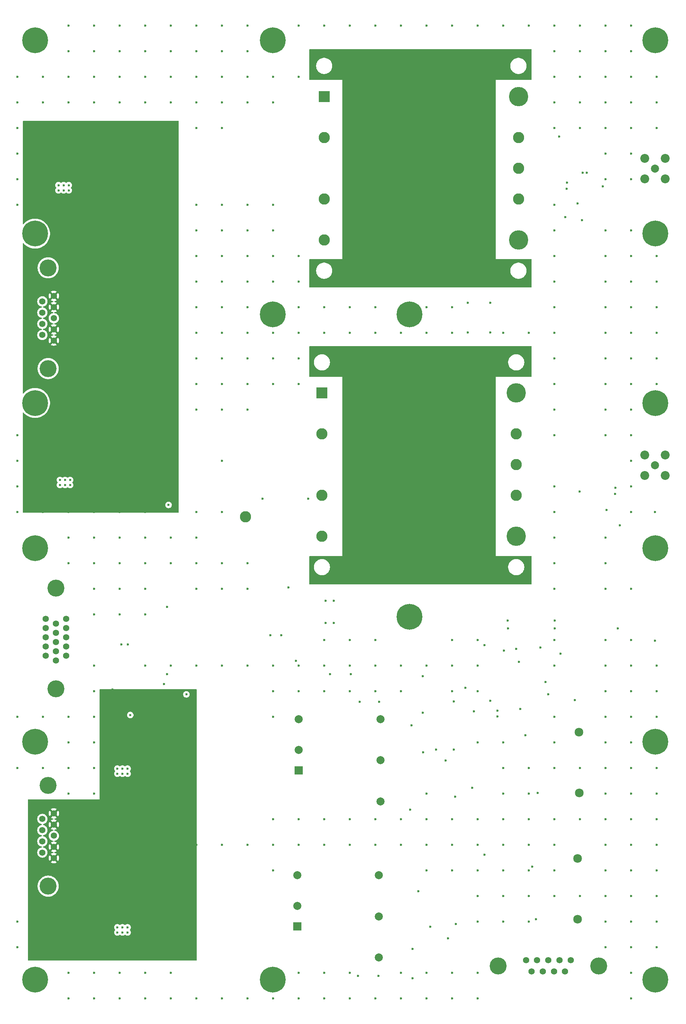
<source format=gbr>
%TF.GenerationSoftware,KiCad,Pcbnew,9.0.3*%
%TF.CreationDate,2025-09-16T12:32:26-04:00*%
%TF.ProjectId,CAEN_NEVIS_DAQ_PM5V,4341454e-5f4e-4455-9649-535f4441515f,rev?*%
%TF.SameCoordinates,Original*%
%TF.FileFunction,Copper,L6,Inr*%
%TF.FilePolarity,Positive*%
%FSLAX46Y46*%
G04 Gerber Fmt 4.6, Leading zero omitted, Abs format (unit mm)*
G04 Created by KiCad (PCBNEW 9.0.3) date 2025-09-16 12:32:26*
%MOMM*%
%LPD*%
G01*
G04 APERTURE LIST*
%TA.AperFunction,ComponentPad*%
%ADD10C,6.400000*%
%TD*%
%TA.AperFunction,ComponentPad*%
%ADD11C,2.159000*%
%TD*%
%TA.AperFunction,ComponentPad*%
%ADD12R,2.800000X2.800000*%
%TD*%
%TA.AperFunction,ComponentPad*%
%ADD13C,2.800000*%
%TD*%
%TA.AperFunction,ComponentPad*%
%ADD14C,4.800000*%
%TD*%
%TA.AperFunction,ComponentPad*%
%ADD15C,1.575000*%
%TD*%
%TA.AperFunction,ComponentPad*%
%ADD16C,4.216000*%
%TD*%
%TA.AperFunction,ComponentPad*%
%ADD17C,2.006600*%
%TD*%
%TA.AperFunction,ComponentPad*%
%ADD18C,2.209800*%
%TD*%
%TA.AperFunction,ComponentPad*%
%ADD19R,2.000000X2.000000*%
%TD*%
%TA.AperFunction,ComponentPad*%
%ADD20C,2.000000*%
%TD*%
%TA.AperFunction,ComponentPad*%
%ADD21C,1.560000*%
%TD*%
%TA.AperFunction,ViaPad*%
%ADD22C,0.600000*%
%TD*%
%TA.AperFunction,ViaPad*%
%ADD23C,1.200000*%
%TD*%
G04 APERTURE END LIST*
D10*
%TO.N,GNDPWR*%
%TO.C,H13*%
X184000000Y-262000000D03*
%TD*%
%TO.N,GNDPWR*%
%TO.C,H6*%
X125000000Y-203000000D03*
%TD*%
%TO.N,GNDPWR*%
%TO.C,H14*%
X279000000Y-119000000D03*
%TD*%
%TO.N,GNDPWR*%
%TO.C,H4*%
X125000000Y-119000000D03*
%TD*%
D11*
%TO.N,Net-(M3-Pad3)*%
%TO.C,P4*%
X260040000Y-200620000D03*
%TD*%
D12*
%TO.N,Net-(U4-+VIN)*%
%TO.C,U4*%
X196235000Y-116540000D03*
D13*
%TO.N,/Main_DC-DC_Converters/Enable_CKT/Enable*%
X196235000Y-126700000D03*
%TO.N,GNDPWR*%
X196235000Y-141940000D03*
%TO.N,/Main_DC-DC_Converters/Enable_CKT/V_RTN*%
X196235000Y-152100000D03*
D14*
%TO.N,/M5V*%
X244485000Y-152100000D03*
D13*
X244485000Y-141940000D03*
%TO.N,unconnected-(U4-TRIM-Pad7)*%
X244485000Y-134320000D03*
%TO.N,/PM5_RTN*%
X244485000Y-126700000D03*
D14*
X244485000Y-116540000D03*
%TD*%
D11*
%TO.N,Net-(P2-Pad1)*%
%TO.C,P2*%
X259760000Y-247070000D03*
%TD*%
D15*
%TO.N,/Enable+*%
%TO.C,J1*%
X132710000Y-181730000D03*
%TO.N,/P5V_V_MON*%
X132710000Y-179440000D03*
%TO.N,unconnected-(J1-Pad3)*%
X132710000Y-177150000D03*
%TO.N,/M5V_I_MON*%
X132710000Y-174860000D03*
%TO.N,/P5V_I_MON*%
X132710000Y-172570000D03*
%TO.N,/Enable-*%
X130170000Y-182875000D03*
%TO.N,/PM5V_TELEM_RTN*%
X130170000Y-180585000D03*
%TO.N,/M5V_V_MON*%
X130170000Y-178295000D03*
%TO.N,/PM5V_TELEM_RTN*%
X130170000Y-176005000D03*
X130170000Y-173715000D03*
X127630000Y-181730000D03*
X127630000Y-179440000D03*
%TO.N,unconnected-(J1-Pad13)*%
X127630000Y-177150000D03*
%TO.N,/PM5V_TELEM_RTN*%
X127630000Y-174860000D03*
%TO.N,/TEMP_MON*%
X127630000Y-172570000D03*
D16*
%TO.N,GNDPWR*%
X130170000Y-164909000D03*
X130170000Y-189899000D03*
%TD*%
D13*
%TO.N,/Main_DC-DC_Converters/Enable_CKT/Enable*%
%TO.C,V_{EN}1*%
X177270000Y-147230000D03*
%TD*%
D10*
%TO.N,GNDPWR*%
%TO.C,H17*%
X218000000Y-172000000D03*
%TD*%
D17*
%TO.N,/M5V_OUT*%
%TO.C,J4*%
X278970000Y-134410000D03*
D18*
%TO.N,/PM5_RTN*%
X281510000Y-131870000D03*
X276430000Y-131870000D03*
X276430000Y-136950000D03*
X281510000Y-136950000D03*
%TD*%
D12*
%TO.N,Net-(U3-+VIN)*%
%TO.C,U3*%
X196795000Y-43017500D03*
D13*
%TO.N,/Main_DC-DC_Converters/Enable_CKT/Enable*%
X196795000Y-53177500D03*
%TO.N,GNDPWR*%
X196795000Y-68417500D03*
%TO.N,/Main_DC-DC_Converters/Main_Converter/V_RTN*%
X196795000Y-78577500D03*
D14*
%TO.N,/PM5_RTN*%
X245045000Y-78577500D03*
D13*
X245045000Y-68417500D03*
%TO.N,unconnected-(U3-TRIM-Pad7)*%
X245045000Y-60797500D03*
%TO.N,/P5V*%
X245045000Y-53177500D03*
D14*
X245045000Y-43017500D03*
%TD*%
D10*
%TO.N,GNDPWR*%
%TO.C,H11*%
X279000000Y-203000000D03*
%TD*%
D19*
%TO.N,/Telemetry_PWR/Telem_5V1/V_POS*%
%TO.C,U6*%
X190093750Y-248860000D03*
D20*
%TO.N,/Telemetry_PWR/Telem_5V1/V_RTN*%
X190093750Y-243760000D03*
%TO.N,/PM5V_TELEM_RTN*%
X210393750Y-256560000D03*
%TO.N,unconnected-(U6-TRIM-Pad4)*%
X210393750Y-246360000D03*
%TO.N,/M5V_TELEM*%
X210393750Y-236160000D03*
%TO.N,unconnected-(U6-REMOTE-Pad6)*%
X190093750Y-236160000D03*
%TD*%
D10*
%TO.N,GNDPWR*%
%TO.C,H3*%
X125000000Y-77000000D03*
%TD*%
%TO.N,GNDPWR*%
%TO.C,H5*%
X125000000Y-155000000D03*
%TD*%
%TO.N,GNDPWR*%
%TO.C,H1*%
X125000000Y-29000000D03*
%TD*%
%TO.N,GNDPWR*%
%TO.C,H16*%
X218000000Y-97000000D03*
%TD*%
%TO.N,GNDPWR*%
%TO.C,H8*%
X279000000Y-262000000D03*
%TD*%
D19*
%TO.N,/Telemetry_PWR/Telem_5V/V_POS*%
%TO.C,U5*%
X190492500Y-210130000D03*
D20*
%TO.N,/Telemetry_PWR/Telem_5V/V_RTN*%
X190492500Y-205030000D03*
%TO.N,/P5V_TELEM*%
X210792500Y-217830000D03*
%TO.N,unconnected-(U5-TRIM-Pad4)*%
X210792500Y-207630000D03*
%TO.N,/PM5V_TELEM_RTN*%
X210792500Y-197430000D03*
%TO.N,unconnected-(U5-REMOTE-Pad6)*%
X190492500Y-197430000D03*
%TD*%
D10*
%TO.N,GNDPWR*%
%TO.C,H15*%
X184000000Y-29000000D03*
%TD*%
%TO.N,GNDPWR*%
%TO.C,H7*%
X125000000Y-262000000D03*
%TD*%
%TO.N,GNDPWR*%
%TO.C,H10*%
X184000000Y-97000000D03*
%TD*%
%TO.N,GNDPWR*%
%TO.C,H12*%
X279000000Y-77000000D03*
%TD*%
D21*
%TO.N,/M5V_TELEM*%
%TO.C,J6*%
X246915000Y-257210000D03*
X249685000Y-257210000D03*
%TO.N,unconnected-(J6-Pad3)*%
X252455000Y-257210000D03*
%TO.N,/P5V_TELEM*%
X255225000Y-257210000D03*
X257995000Y-257210000D03*
%TO.N,/PM5V_TELEM_RTN*%
X248300000Y-260050000D03*
X251070000Y-260050000D03*
X253840000Y-260050000D03*
X256610000Y-260050000D03*
D16*
%TO.N,GNDPWR*%
X239955000Y-258630000D03*
X264955000Y-258630000D03*
%TD*%
D11*
%TO.N,Net-(M4-Pad3)*%
%TO.C,P1*%
X259680000Y-231950000D03*
%TD*%
D17*
%TO.N,/P5V_OUT*%
%TO.C,J5*%
X278970000Y-60900000D03*
D18*
%TO.N,/PM5_RTN*%
X281510000Y-58360000D03*
X276430000Y-58360000D03*
X276430000Y-63440000D03*
X281510000Y-63440000D03*
%TD*%
D21*
%TO.N,/V_SEC_RTN*%
%TO.C,J2*%
X129660000Y-92440000D03*
X129660000Y-95210000D03*
%TO.N,unconnected-(J2-Pad3)*%
X129660000Y-97980000D03*
%TO.N,/V_SEC_RTN*%
X129660000Y-100750000D03*
X129660000Y-103520000D03*
%TO.N,/V_SEC_IN*%
X126820000Y-93825000D03*
X126820000Y-96595000D03*
X126820000Y-99365000D03*
X126820000Y-102135000D03*
D16*
%TO.N,GNDPWR*%
X128240000Y-85480000D03*
X128240000Y-110480000D03*
%TD*%
D10*
%TO.N,GNDPWR*%
%TO.C,H9*%
X279000000Y-155000000D03*
%TD*%
D21*
%TO.N,/V_TELEM_RTN*%
%TO.C,J3*%
X129660000Y-220810000D03*
X129660000Y-223580000D03*
%TO.N,unconnected-(J3-Pad3)*%
X129660000Y-226350000D03*
%TO.N,/V_TELEM_RTN*%
X129660000Y-229120000D03*
X129660000Y-231890000D03*
%TO.N,/V_TELEM_IN*%
X126820000Y-222195000D03*
X126820000Y-224965000D03*
X126820000Y-227735000D03*
X126820000Y-230505000D03*
D16*
%TO.N,GNDPWR*%
X128240000Y-213850000D03*
X128240000Y-238850000D03*
%TD*%
D11*
%TO.N,Net-(P3-Pad1)*%
%TO.C,P3*%
X260100000Y-215770000D03*
%TD*%
D10*
%TO.N,GNDPWR*%
%TO.C,H2*%
X279000000Y-29000000D03*
%TD*%
D22*
%TO.N,/V_TELEM_IN*%
X162580000Y-191275000D03*
X147975000Y-250330000D03*
X146705000Y-250330000D03*
X145435000Y-249060000D03*
X147975000Y-209690000D03*
X145435000Y-210960000D03*
X146705000Y-209690000D03*
X146705000Y-249060000D03*
X148640000Y-196410000D03*
X146705000Y-210960000D03*
X147975000Y-210960000D03*
X145435000Y-209690000D03*
X145435000Y-250330000D03*
X147975000Y-249060000D03*
%TO.N,/V_TELEM_RTN*%
X266700000Y-234950000D03*
X171450000Y-228600000D03*
X279400000Y-184150000D03*
X139700000Y-222250000D03*
X133350000Y-241300000D03*
X139700000Y-228600000D03*
X234950000Y-234950000D03*
X241300000Y-209550000D03*
X196850000Y-228600000D03*
X228600000Y-190500000D03*
X254000000Y-184150000D03*
X222250000Y-184150000D03*
X139700000Y-190500000D03*
X133350000Y-209550000D03*
X133350000Y-215900000D03*
X127000000Y-247650000D03*
X127000000Y-196850000D03*
X139700000Y-196850000D03*
X260350000Y-241300000D03*
X149880000Y-241440000D03*
X171450000Y-266700000D03*
X241300000Y-241300000D03*
X151150000Y-241440000D03*
X152400000Y-254000000D03*
X157040000Y-188760000D03*
X120650000Y-209550000D03*
X120650000Y-254000000D03*
X152400000Y-266700000D03*
X133350000Y-254000000D03*
X184150000Y-222250000D03*
X234950000Y-177800000D03*
X139700000Y-260350000D03*
X247650000Y-234950000D03*
X152420000Y-242710000D03*
X215900000Y-260350000D03*
X241300000Y-222250000D03*
X209550000Y-190500000D03*
X209550000Y-266700000D03*
X165100000Y-266700000D03*
X139700000Y-241300000D03*
X177800000Y-228600000D03*
X203200000Y-222250000D03*
X241300000Y-228600000D03*
X146050000Y-241300000D03*
X149880000Y-242710000D03*
X247650000Y-247650000D03*
X190500000Y-190500000D03*
X266700000Y-190500000D03*
X152400000Y-234950000D03*
X266700000Y-215900000D03*
X241300000Y-234950000D03*
X152420000Y-205880000D03*
X273050000Y-266700000D03*
X266700000Y-228600000D03*
X273050000Y-215900000D03*
X171450000Y-184150000D03*
X247650000Y-241300000D03*
X139700000Y-203200000D03*
X273050000Y-234950000D03*
X279400000Y-228600000D03*
X209550000Y-228600000D03*
X273050000Y-209550000D03*
X127000000Y-254000000D03*
X165100000Y-228600000D03*
X215900000Y-266700000D03*
X190500000Y-184150000D03*
X146050000Y-222250000D03*
X120650000Y-196850000D03*
X139700000Y-234950000D03*
X215900000Y-190500000D03*
X273050000Y-247650000D03*
X203200000Y-260350000D03*
X228600000Y-234950000D03*
X152400000Y-222250000D03*
X127000000Y-209550000D03*
X241300000Y-215900000D03*
X144220000Y-190100000D03*
X266700000Y-254000000D03*
X215900000Y-184150000D03*
X152400000Y-228600000D03*
X279400000Y-209550000D03*
X273050000Y-177800000D03*
X247650000Y-228600000D03*
X149880000Y-205880000D03*
X152400000Y-171450000D03*
X209550000Y-177800000D03*
X158750000Y-215900000D03*
X273050000Y-203200000D03*
X234950000Y-203200000D03*
X266700000Y-222250000D03*
X215900000Y-228600000D03*
X279400000Y-254000000D03*
X234950000Y-184150000D03*
X279400000Y-190500000D03*
X189770000Y-182940000D03*
X203200000Y-184150000D03*
X177800000Y-184150000D03*
X158750000Y-260350000D03*
X234950000Y-190500000D03*
X152400000Y-260350000D03*
X273050000Y-228600000D03*
X228600000Y-228600000D03*
X266700000Y-177800000D03*
X228600000Y-177800000D03*
X260350000Y-209550000D03*
X146050000Y-260350000D03*
X234950000Y-222250000D03*
X139700000Y-215900000D03*
X184150000Y-196850000D03*
X273050000Y-222250000D03*
X279400000Y-247650000D03*
X273050000Y-184150000D03*
X266700000Y-203200000D03*
X228600000Y-222250000D03*
X247650000Y-222250000D03*
X148670000Y-201420000D03*
X139700000Y-247650000D03*
X146050000Y-196850000D03*
X215900000Y-222250000D03*
X196850000Y-190500000D03*
X152400000Y-165100000D03*
X146050000Y-215900000D03*
X146050000Y-203200000D03*
X279400000Y-196850000D03*
X266700000Y-209550000D03*
X247650000Y-215900000D03*
X133350000Y-228600000D03*
X203200000Y-228600000D03*
X279400000Y-222250000D03*
X151150000Y-205880000D03*
X149880000Y-204610000D03*
X234950000Y-266700000D03*
X254000000Y-203200000D03*
X234950000Y-228600000D03*
X241300000Y-203200000D03*
X273050000Y-254000000D03*
X133350000Y-266700000D03*
X133350000Y-260350000D03*
X146409999Y-178886200D03*
X152400000Y-215900000D03*
X158750000Y-184150000D03*
X266700000Y-196850000D03*
X139700000Y-254000000D03*
X158750000Y-222250000D03*
X139700000Y-171450000D03*
X254000000Y-241300000D03*
X152420000Y-204610000D03*
X241300000Y-247650000D03*
X273050000Y-196850000D03*
X199180000Y-173590000D03*
X266700000Y-184150000D03*
X146050000Y-254000000D03*
X133350000Y-234950000D03*
X279400000Y-234950000D03*
X222250000Y-222250000D03*
X266700000Y-241300000D03*
X234950000Y-241300000D03*
X228600000Y-266700000D03*
X279400000Y-215900000D03*
X158750000Y-234950000D03*
X273050000Y-260350000D03*
X222250000Y-228600000D03*
X133350000Y-222250000D03*
X254000000Y-228600000D03*
X133350000Y-196850000D03*
X190500000Y-266700000D03*
X196850000Y-184150000D03*
X222250000Y-215900000D03*
X146050000Y-171450000D03*
X222250000Y-234950000D03*
X158750000Y-266700000D03*
X247650000Y-209550000D03*
X190500000Y-260350000D03*
X184150000Y-266700000D03*
X203200000Y-177800000D03*
X203200000Y-190500000D03*
X228600000Y-184150000D03*
X234950000Y-260350000D03*
X165100000Y-184150000D03*
X152420000Y-241440000D03*
X254000000Y-177800000D03*
X151150000Y-204610000D03*
X222250000Y-266700000D03*
X146050000Y-234950000D03*
X139700000Y-209550000D03*
X197180000Y-173590000D03*
X152400000Y-184150000D03*
X184150000Y-190500000D03*
X120650000Y-247650000D03*
X254000000Y-222250000D03*
X177800000Y-266700000D03*
X228600000Y-260350000D03*
X273050000Y-190500000D03*
X190500000Y-228600000D03*
X209550000Y-222250000D03*
X146050000Y-228600000D03*
X184150000Y-228600000D03*
X203200000Y-266700000D03*
X146050000Y-266700000D03*
X146050000Y-165100000D03*
X279400000Y-241300000D03*
X196850000Y-266700000D03*
X158750000Y-228600000D03*
X133350000Y-247650000D03*
X266700000Y-247650000D03*
X196850000Y-177800000D03*
X190500000Y-222250000D03*
X139700000Y-266700000D03*
X273050000Y-241300000D03*
X139700000Y-165100000D03*
X209550000Y-184150000D03*
X196850000Y-222250000D03*
X184150000Y-234950000D03*
X196850000Y-260350000D03*
X139700000Y-184150000D03*
X222250000Y-260350000D03*
X254000000Y-196850000D03*
X254000000Y-234950000D03*
X151150000Y-242710000D03*
X254000000Y-209550000D03*
X234950000Y-247650000D03*
X260350000Y-222250000D03*
X184150000Y-184150000D03*
X133350000Y-203200000D03*
%TO.N,/Main_DC-DC_Converters/V3p3*%
X148059999Y-178866200D03*
D23*
%TO.N,GNDPWR*%
X203220000Y-86500000D03*
X215920000Y-56020000D03*
X218460000Y-68720000D03*
X238780000Y-162700000D03*
X208300000Y-122060000D03*
X205760000Y-150000000D03*
X231160000Y-124600000D03*
X236240000Y-66180000D03*
X213380000Y-137300000D03*
X233700000Y-86500000D03*
X203220000Y-58560000D03*
X205760000Y-124600000D03*
X223540000Y-127140000D03*
X241320000Y-109360000D03*
X210840000Y-137300000D03*
X203220000Y-68720000D03*
X223540000Y-86500000D03*
X218460000Y-35700000D03*
X236240000Y-78880000D03*
X231160000Y-106820000D03*
X226080000Y-83960000D03*
X223540000Y-160160000D03*
X218460000Y-109360000D03*
X236240000Y-61100000D03*
X215920000Y-53480000D03*
X203220000Y-122060000D03*
X215920000Y-40780000D03*
X218460000Y-147460000D03*
X210840000Y-33160000D03*
X221000000Y-116980000D03*
X226080000Y-142380000D03*
X223540000Y-35700000D03*
X236240000Y-157620000D03*
X205760000Y-56020000D03*
X221000000Y-114440000D03*
X218460000Y-157620000D03*
X231160000Y-111900000D03*
X233700000Y-63640000D03*
X210840000Y-63640000D03*
X210840000Y-56020000D03*
X226080000Y-43320000D03*
X226080000Y-48400000D03*
X208300000Y-127140000D03*
X221000000Y-56020000D03*
X221000000Y-127140000D03*
X205760000Y-50940000D03*
X226080000Y-114440000D03*
X221000000Y-61100000D03*
X210840000Y-150000000D03*
X203220000Y-89040000D03*
X213380000Y-48400000D03*
X210840000Y-152540000D03*
X215920000Y-122060000D03*
X208300000Y-162700000D03*
X233700000Y-152540000D03*
X208300000Y-58560000D03*
X221000000Y-124600000D03*
X233700000Y-142380000D03*
X226080000Y-73800000D03*
X203220000Y-56020000D03*
X228620000Y-43320000D03*
X231160000Y-58560000D03*
X233700000Y-38240000D03*
X205760000Y-122060000D03*
X226080000Y-50940000D03*
X210840000Y-142380000D03*
D22*
X232480000Y-101510000D03*
D23*
X210840000Y-144920000D03*
X231160000Y-81420000D03*
X205760000Y-73800000D03*
X213380000Y-68720000D03*
X205760000Y-152540000D03*
X236240000Y-127140000D03*
X226080000Y-53480000D03*
X236240000Y-86500000D03*
X231160000Y-48400000D03*
X205760000Y-33160000D03*
X208300000Y-73800000D03*
X241320000Y-162700000D03*
X208300000Y-147460000D03*
X203220000Y-124600000D03*
X213380000Y-71260000D03*
X238780000Y-106820000D03*
X233700000Y-109360000D03*
X233700000Y-111900000D03*
X205760000Y-61100000D03*
X215920000Y-33160000D03*
X215920000Y-63640000D03*
X223540000Y-162700000D03*
X210840000Y-134760000D03*
X221000000Y-111900000D03*
X226080000Y-61100000D03*
X208300000Y-160160000D03*
X218460000Y-66180000D03*
X221000000Y-68720000D03*
X215920000Y-155080000D03*
X208300000Y-33160000D03*
X208300000Y-66180000D03*
X205760000Y-137300000D03*
X205760000Y-58560000D03*
X208300000Y-114440000D03*
X221000000Y-86500000D03*
X228620000Y-124600000D03*
X218460000Y-122060000D03*
X218460000Y-160160000D03*
X215920000Y-50940000D03*
X233700000Y-73800000D03*
X223540000Y-68720000D03*
X215920000Y-83960000D03*
X203220000Y-45860000D03*
X238780000Y-35700000D03*
X226080000Y-147460000D03*
X215920000Y-38240000D03*
X223540000Y-58560000D03*
X233700000Y-78880000D03*
X236240000Y-111900000D03*
X226080000Y-162700000D03*
X236240000Y-38240000D03*
X231160000Y-139840000D03*
X213380000Y-152540000D03*
X236240000Y-129680000D03*
X226080000Y-35700000D03*
X228620000Y-68720000D03*
X226080000Y-139840000D03*
X221000000Y-119520000D03*
X231160000Y-157620000D03*
X231160000Y-132220000D03*
X223540000Y-152540000D03*
D22*
X232480000Y-94120000D03*
D23*
X228620000Y-155080000D03*
X215920000Y-58560000D03*
X231160000Y-61100000D03*
X228620000Y-48400000D03*
X208300000Y-45860000D03*
X210840000Y-157620000D03*
X210840000Y-129680000D03*
X231160000Y-162700000D03*
X205760000Y-83960000D03*
X226080000Y-71260000D03*
X238780000Y-86500000D03*
X228620000Y-129680000D03*
X203220000Y-35700000D03*
X236240000Y-139840000D03*
X223540000Y-137300000D03*
X228620000Y-119520000D03*
X203220000Y-157620000D03*
X221000000Y-132220000D03*
X231160000Y-155080000D03*
X221000000Y-160160000D03*
X223540000Y-124600000D03*
X200680000Y-86500000D03*
X223540000Y-132220000D03*
X203220000Y-33160000D03*
X233700000Y-33160000D03*
X223540000Y-81420000D03*
X226080000Y-66180000D03*
X213380000Y-86500000D03*
X233700000Y-162700000D03*
X210840000Y-124600000D03*
X210840000Y-61100000D03*
X231160000Y-33160000D03*
X226080000Y-155080000D03*
X228620000Y-86500000D03*
X223540000Y-157620000D03*
X231160000Y-86500000D03*
X228620000Y-81420000D03*
X231160000Y-116980000D03*
X218460000Y-127140000D03*
X205760000Y-35700000D03*
X210840000Y-147460000D03*
X215920000Y-142380000D03*
X228620000Y-66180000D03*
X215920000Y-86500000D03*
X231160000Y-76340000D03*
X210840000Y-48400000D03*
X203220000Y-147460000D03*
X200680000Y-89040000D03*
X226080000Y-137300000D03*
X226080000Y-127140000D03*
X213380000Y-127140000D03*
X231160000Y-114440000D03*
X203220000Y-155080000D03*
X203220000Y-144920000D03*
X218460000Y-116980000D03*
X233700000Y-106820000D03*
X215920000Y-137300000D03*
X215920000Y-43320000D03*
X241320000Y-33160000D03*
X233700000Y-144920000D03*
X208300000Y-142380000D03*
X213380000Y-63640000D03*
X210840000Y-162700000D03*
X205760000Y-76340000D03*
X221000000Y-48400000D03*
X223540000Y-144920000D03*
X213380000Y-45860000D03*
X213380000Y-89040000D03*
X210840000Y-155080000D03*
X241320000Y-106820000D03*
X226080000Y-122060000D03*
X213380000Y-61100000D03*
X208300000Y-152540000D03*
X205760000Y-144920000D03*
X233700000Y-127140000D03*
X218460000Y-58560000D03*
X233700000Y-61100000D03*
X218460000Y-119520000D03*
X221000000Y-155080000D03*
X221000000Y-50940000D03*
X223540000Y-45860000D03*
X208300000Y-50940000D03*
X213380000Y-111900000D03*
X203220000Y-127140000D03*
X210840000Y-114440000D03*
X233700000Y-137300000D03*
X233700000Y-43320000D03*
X213380000Y-33160000D03*
X236240000Y-160160000D03*
X205760000Y-106820000D03*
X231160000Y-78880000D03*
X236240000Y-76340000D03*
X215920000Y-48400000D03*
X238780000Y-89040000D03*
X226080000Y-160160000D03*
X205760000Y-45860000D03*
X233700000Y-155080000D03*
X205760000Y-68720000D03*
X210840000Y-89040000D03*
X210840000Y-78880000D03*
X215920000Y-89040000D03*
X233700000Y-45860000D03*
X205760000Y-160160000D03*
X203220000Y-83960000D03*
X203220000Y-139840000D03*
X221000000Y-43320000D03*
X208300000Y-68720000D03*
X215920000Y-124600000D03*
X205760000Y-155080000D03*
X205760000Y-134760000D03*
X208300000Y-124600000D03*
X218460000Y-152540000D03*
X236240000Y-33160000D03*
X218460000Y-71260000D03*
X203220000Y-137300000D03*
X205760000Y-111900000D03*
X213380000Y-66180000D03*
X226080000Y-89040000D03*
X205760000Y-63640000D03*
X233700000Y-122060000D03*
X218460000Y-150000000D03*
X210840000Y-38240000D03*
X205760000Y-53480000D03*
X203220000Y-114440000D03*
X203220000Y-66180000D03*
X231160000Y-38240000D03*
X218460000Y-111900000D03*
X236240000Y-63640000D03*
X226080000Y-116980000D03*
X210840000Y-40780000D03*
X205760000Y-127140000D03*
X213380000Y-144920000D03*
X221000000Y-106820000D03*
X203220000Y-134760000D03*
X218460000Y-53480000D03*
X203220000Y-53480000D03*
X200680000Y-162700000D03*
X208300000Y-157620000D03*
D22*
X205190000Y-261150000D03*
D23*
X218460000Y-144920000D03*
X226080000Y-45860000D03*
X213380000Y-150000000D03*
X228620000Y-63640000D03*
X233700000Y-116980000D03*
X215920000Y-81420000D03*
X228620000Y-61100000D03*
X218460000Y-61100000D03*
X226080000Y-86500000D03*
X236240000Y-116980000D03*
X223540000Y-38240000D03*
X208300000Y-129680000D03*
X226080000Y-150000000D03*
X200680000Y-109360000D03*
X221000000Y-66180000D03*
X213380000Y-132220000D03*
X210840000Y-139840000D03*
X223540000Y-71260000D03*
X215920000Y-129680000D03*
X228620000Y-33160000D03*
X208300000Y-116980000D03*
X236240000Y-132220000D03*
X238780000Y-160160000D03*
X236240000Y-155080000D03*
X203220000Y-142380000D03*
X223540000Y-155080000D03*
X228620000Y-50940000D03*
X218460000Y-162700000D03*
X221000000Y-144920000D03*
X233700000Y-81420000D03*
X208300000Y-78880000D03*
X205760000Y-129680000D03*
X218460000Y-33160000D03*
X231160000Y-45860000D03*
X205760000Y-48400000D03*
X223540000Y-53480000D03*
X223540000Y-106820000D03*
X218460000Y-56020000D03*
X213380000Y-157620000D03*
X228620000Y-160160000D03*
X236240000Y-35700000D03*
X236240000Y-106820000D03*
X236240000Y-144920000D03*
X208300000Y-111900000D03*
X215920000Y-109360000D03*
X233700000Y-124600000D03*
X215920000Y-119520000D03*
X210840000Y-127140000D03*
X233700000Y-53480000D03*
X233700000Y-157620000D03*
X208300000Y-139840000D03*
X203220000Y-162700000D03*
X236240000Y-119520000D03*
X228620000Y-78880000D03*
X213380000Y-155080000D03*
X203220000Y-63640000D03*
X213380000Y-76340000D03*
X236240000Y-48400000D03*
X241320000Y-86500000D03*
X228620000Y-122060000D03*
X236240000Y-83960000D03*
X233700000Y-76340000D03*
X228620000Y-56020000D03*
X233700000Y-48400000D03*
X215920000Y-144920000D03*
X205760000Y-86500000D03*
X223540000Y-33160000D03*
X228620000Y-83960000D03*
X236240000Y-68720000D03*
X213380000Y-116980000D03*
X210840000Y-106820000D03*
X210840000Y-53480000D03*
X213380000Y-73800000D03*
X215920000Y-132220000D03*
X221000000Y-137300000D03*
X233700000Y-66180000D03*
X213380000Y-162700000D03*
X231160000Y-53480000D03*
X203220000Y-132220000D03*
X228620000Y-150000000D03*
X221000000Y-53480000D03*
X228620000Y-157620000D03*
X203220000Y-78880000D03*
X218460000Y-63640000D03*
X236240000Y-162700000D03*
X215920000Y-71260000D03*
X236240000Y-89040000D03*
X210840000Y-116980000D03*
X215920000Y-127140000D03*
X221000000Y-78880000D03*
X236240000Y-134760000D03*
X221000000Y-45860000D03*
X205760000Y-109360000D03*
X228620000Y-89040000D03*
X221000000Y-89040000D03*
X215920000Y-116980000D03*
X213380000Y-129680000D03*
X236240000Y-58560000D03*
X203220000Y-61100000D03*
X208300000Y-150000000D03*
X223540000Y-142380000D03*
X226080000Y-78880000D03*
X218460000Y-43320000D03*
X208300000Y-109360000D03*
X233700000Y-83960000D03*
X208300000Y-155080000D03*
X205760000Y-71260000D03*
X223540000Y-89040000D03*
X223540000Y-63640000D03*
X223540000Y-56020000D03*
X205760000Y-142380000D03*
X208300000Y-83960000D03*
X228620000Y-40780000D03*
X226080000Y-129680000D03*
X241320000Y-35700000D03*
X208300000Y-89040000D03*
X213380000Y-83960000D03*
X205760000Y-43320000D03*
X231160000Y-89040000D03*
X210840000Y-132220000D03*
X218460000Y-50940000D03*
X205760000Y-40780000D03*
X213380000Y-106820000D03*
X223540000Y-66180000D03*
X223540000Y-114440000D03*
X233700000Y-119520000D03*
X228620000Y-53480000D03*
X236240000Y-124600000D03*
X203220000Y-43320000D03*
X213380000Y-134760000D03*
X221000000Y-38240000D03*
X226080000Y-106820000D03*
X226080000Y-58560000D03*
X203220000Y-111900000D03*
X231160000Y-56020000D03*
X226080000Y-38240000D03*
X218460000Y-134760000D03*
X233700000Y-35700000D03*
X233700000Y-160160000D03*
X203220000Y-71260000D03*
X208300000Y-61100000D03*
X208300000Y-56020000D03*
X233700000Y-147460000D03*
X218460000Y-45860000D03*
X236240000Y-147460000D03*
X210840000Y-66180000D03*
X241320000Y-160160000D03*
X203220000Y-48400000D03*
X228620000Y-76340000D03*
X203220000Y-81420000D03*
X210840000Y-109360000D03*
X226080000Y-157620000D03*
X226080000Y-63640000D03*
X221000000Y-81420000D03*
X215920000Y-147460000D03*
X231160000Y-134760000D03*
X231160000Y-122060000D03*
X215920000Y-61100000D03*
X223540000Y-76340000D03*
X236240000Y-40780000D03*
X226080000Y-76340000D03*
X218460000Y-83960000D03*
X200680000Y-106820000D03*
X203220000Y-160160000D03*
X208300000Y-144920000D03*
X218460000Y-129680000D03*
X228620000Y-127140000D03*
X213380000Y-119520000D03*
X221000000Y-142380000D03*
X231160000Y-43320000D03*
X228620000Y-58560000D03*
D22*
X205620000Y-193120000D03*
D23*
X205760000Y-116980000D03*
X210840000Y-71260000D03*
X213380000Y-50940000D03*
X218460000Y-40780000D03*
X223540000Y-139840000D03*
X208300000Y-76340000D03*
X231160000Y-129680000D03*
X226080000Y-144920000D03*
X215920000Y-114440000D03*
X213380000Y-81420000D03*
X223540000Y-40780000D03*
X213380000Y-43320000D03*
X236240000Y-81420000D03*
X223540000Y-134760000D03*
X228620000Y-109360000D03*
X218460000Y-132220000D03*
X213380000Y-109360000D03*
X200680000Y-160160000D03*
X221000000Y-73800000D03*
X208300000Y-132220000D03*
X228620000Y-114440000D03*
X213380000Y-160160000D03*
X236240000Y-109360000D03*
X203220000Y-106820000D03*
X213380000Y-124600000D03*
X210840000Y-119520000D03*
X218460000Y-142380000D03*
X210840000Y-50940000D03*
X236240000Y-56020000D03*
X226080000Y-134760000D03*
X223540000Y-48400000D03*
X218460000Y-73800000D03*
X226080000Y-33160000D03*
X203220000Y-76340000D03*
X218460000Y-155080000D03*
X228620000Y-73800000D03*
X210840000Y-160160000D03*
X233700000Y-71260000D03*
X226080000Y-68720000D03*
X223540000Y-43320000D03*
X221000000Y-63640000D03*
X208300000Y-119520000D03*
X231160000Y-109360000D03*
X203220000Y-109360000D03*
X223540000Y-61100000D03*
X215920000Y-162700000D03*
X218460000Y-114440000D03*
X208300000Y-86500000D03*
X210840000Y-35700000D03*
X233700000Y-68720000D03*
X223540000Y-122060000D03*
X231160000Y-68720000D03*
X233700000Y-89040000D03*
X223540000Y-83960000D03*
X223540000Y-147460000D03*
X218460000Y-81420000D03*
X233700000Y-139840000D03*
X208300000Y-106820000D03*
X208300000Y-40780000D03*
X223540000Y-150000000D03*
X226080000Y-152540000D03*
X205760000Y-147460000D03*
X223540000Y-109360000D03*
X208300000Y-81420000D03*
X203220000Y-38240000D03*
X203220000Y-152540000D03*
X223540000Y-111900000D03*
X233700000Y-56020000D03*
X221000000Y-58560000D03*
X233700000Y-150000000D03*
X228620000Y-132220000D03*
X228620000Y-106820000D03*
X215920000Y-78880000D03*
X228620000Y-45860000D03*
X205760000Y-81420000D03*
X226080000Y-132220000D03*
X236240000Y-73800000D03*
X215920000Y-150000000D03*
X231160000Y-40780000D03*
X231160000Y-66180000D03*
X241320000Y-89040000D03*
X236240000Y-142380000D03*
X231160000Y-152540000D03*
X221000000Y-71260000D03*
X223540000Y-78880000D03*
X236240000Y-152540000D03*
X218460000Y-76340000D03*
X231160000Y-127140000D03*
X213380000Y-122060000D03*
X221000000Y-157620000D03*
X205760000Y-162700000D03*
X208300000Y-48400000D03*
X238780000Y-109360000D03*
X233700000Y-50940000D03*
X215920000Y-152540000D03*
X226080000Y-124600000D03*
X213380000Y-78880000D03*
X218460000Y-106820000D03*
X210840000Y-81420000D03*
X233700000Y-58560000D03*
X228620000Y-137300000D03*
X210840000Y-43320000D03*
X228620000Y-144920000D03*
X231160000Y-160160000D03*
X228620000Y-152540000D03*
X221000000Y-139840000D03*
X228620000Y-35700000D03*
X231160000Y-137300000D03*
X228620000Y-142380000D03*
X210840000Y-68720000D03*
X213380000Y-58560000D03*
X226080000Y-40780000D03*
X210840000Y-73800000D03*
X221000000Y-152540000D03*
X215920000Y-73800000D03*
X208300000Y-63640000D03*
X205760000Y-132220000D03*
X228620000Y-134760000D03*
X223540000Y-73800000D03*
X236240000Y-114440000D03*
X221000000Y-162700000D03*
X213380000Y-40780000D03*
X218460000Y-38240000D03*
X221000000Y-40780000D03*
X200680000Y-33160000D03*
X208300000Y-35700000D03*
X208300000Y-43320000D03*
X218460000Y-89040000D03*
X208300000Y-134760000D03*
X221000000Y-147460000D03*
X223540000Y-119520000D03*
X210840000Y-122060000D03*
X228620000Y-162700000D03*
X236240000Y-71260000D03*
X231160000Y-71260000D03*
X215920000Y-68720000D03*
X231160000Y-73800000D03*
X210840000Y-83960000D03*
X210840000Y-45860000D03*
X215920000Y-35700000D03*
X218460000Y-124600000D03*
X210840000Y-86500000D03*
X205760000Y-66180000D03*
X205760000Y-119520000D03*
X221000000Y-83960000D03*
X213380000Y-147460000D03*
X205760000Y-38240000D03*
X215920000Y-160160000D03*
X226080000Y-119520000D03*
X231160000Y-144920000D03*
X226080000Y-111900000D03*
X233700000Y-132220000D03*
X221000000Y-33160000D03*
X218460000Y-86500000D03*
X221000000Y-129680000D03*
X226080000Y-81420000D03*
X231160000Y-63640000D03*
X236240000Y-45860000D03*
X213380000Y-53480000D03*
X205760000Y-78880000D03*
X203220000Y-73800000D03*
X203220000Y-40780000D03*
X205760000Y-157620000D03*
X236240000Y-122060000D03*
X215920000Y-139840000D03*
X213380000Y-114440000D03*
X223540000Y-129680000D03*
X221000000Y-134760000D03*
X228620000Y-71260000D03*
X233700000Y-129680000D03*
X228620000Y-38240000D03*
X218460000Y-137300000D03*
X215920000Y-45860000D03*
X210840000Y-111900000D03*
X236240000Y-50940000D03*
X228620000Y-111900000D03*
X221000000Y-35700000D03*
X233700000Y-134760000D03*
X228620000Y-116980000D03*
X215920000Y-111900000D03*
X236240000Y-43320000D03*
X215920000Y-157620000D03*
X213380000Y-139840000D03*
X215920000Y-106820000D03*
X236240000Y-53480000D03*
X226080000Y-109360000D03*
X215920000Y-134760000D03*
X205760000Y-89040000D03*
X231160000Y-147460000D03*
X208300000Y-53480000D03*
X236240000Y-137300000D03*
X208300000Y-38240000D03*
X223540000Y-50940000D03*
X205760000Y-114440000D03*
X221000000Y-76340000D03*
X213380000Y-35700000D03*
X210840000Y-58560000D03*
X223540000Y-116980000D03*
X205760000Y-139840000D03*
X238780000Y-33160000D03*
X236240000Y-150000000D03*
X213380000Y-56020000D03*
X208300000Y-137300000D03*
X233700000Y-114440000D03*
X200680000Y-35700000D03*
X213380000Y-142380000D03*
X203220000Y-116980000D03*
X221000000Y-150000000D03*
X231160000Y-142380000D03*
X218460000Y-139840000D03*
X231160000Y-83960000D03*
X228620000Y-139840000D03*
X203220000Y-119520000D03*
X233700000Y-40780000D03*
X231160000Y-150000000D03*
X218460000Y-48400000D03*
X203220000Y-50940000D03*
X226080000Y-56020000D03*
X210840000Y-76340000D03*
X208300000Y-71260000D03*
X203220000Y-150000000D03*
X215920000Y-66180000D03*
X215920000Y-76340000D03*
X231160000Y-119520000D03*
X218460000Y-78880000D03*
X221000000Y-122060000D03*
X231160000Y-50940000D03*
X203220000Y-129680000D03*
X213380000Y-38240000D03*
X221000000Y-109360000D03*
X228620000Y-147460000D03*
X231160000Y-35700000D03*
D22*
%TO.N,/PM5_RTN*%
X255160000Y-52920000D03*
X238050000Y-101540000D03*
X238020000Y-94120000D03*
%TO.N,/V_SEC_RTN*%
X171450000Y-114300000D03*
X273050000Y-133350000D03*
X171450000Y-25400000D03*
X171450000Y-101600000D03*
X139700000Y-114300000D03*
X152400000Y-82550000D03*
X127000000Y-63500000D03*
X158750000Y-120650000D03*
X158750000Y-25400000D03*
X254000000Y-82550000D03*
X133350000Y-107950000D03*
X254000000Y-88900000D03*
X177800000Y-38100000D03*
X177800000Y-158750000D03*
X120650000Y-69850000D03*
X273050000Y-44450000D03*
X266700000Y-38100000D03*
X120650000Y-44450000D03*
X152400000Y-95250000D03*
X158750000Y-114300000D03*
X197170000Y-168040000D03*
X222250000Y-95250000D03*
X171450000Y-76200000D03*
X241300000Y-101600000D03*
X139700000Y-44450000D03*
X279400000Y-107950000D03*
X146050000Y-69850000D03*
X254000000Y-76200000D03*
X165100000Y-107950000D03*
X139700000Y-38100000D03*
X165100000Y-165100000D03*
X184150000Y-44450000D03*
X135920000Y-56240000D03*
X273050000Y-31750000D03*
X190500000Y-101600000D03*
X146050000Y-38100000D03*
X184150000Y-101600000D03*
X190500000Y-107950000D03*
X228600000Y-101600000D03*
X254000000Y-38100000D03*
X273050000Y-88900000D03*
X209550000Y-95250000D03*
X152400000Y-101600000D03*
X127000000Y-133350000D03*
X158750000Y-44450000D03*
X133350000Y-69850000D03*
X139700000Y-76200000D03*
X120650000Y-146050000D03*
X165100000Y-50800000D03*
X254000000Y-95250000D03*
X209550000Y-101600000D03*
X146050000Y-152400000D03*
X127000000Y-127000000D03*
X139700000Y-120650000D03*
X260350000Y-31750000D03*
X254000000Y-101600000D03*
X165100000Y-120650000D03*
X133350000Y-31750000D03*
X190500000Y-25400000D03*
X190500000Y-38100000D03*
X254000000Y-69850000D03*
X203200000Y-95250000D03*
X127000000Y-69850000D03*
X273050000Y-50800000D03*
X165100000Y-38100000D03*
X135180000Y-125900000D03*
X171450000Y-69850000D03*
X152400000Y-107950000D03*
X279400000Y-50800000D03*
X152400000Y-146050000D03*
X254000000Y-139700000D03*
X146050000Y-101600000D03*
X139700000Y-69850000D03*
X165100000Y-95250000D03*
X139700000Y-25400000D03*
X171450000Y-44450000D03*
X190500000Y-82550000D03*
X120650000Y-63500000D03*
X133380000Y-57510000D03*
X203200000Y-101600000D03*
X279400000Y-38100000D03*
X177800000Y-88900000D03*
X171450000Y-158750000D03*
X171450000Y-82550000D03*
X254000000Y-158750000D03*
X158750000Y-31750000D03*
X158750000Y-88900000D03*
X273050000Y-25400000D03*
X266700000Y-107950000D03*
X133350000Y-44450000D03*
X139700000Y-107950000D03*
X266700000Y-120650000D03*
X171450000Y-107950000D03*
X273050000Y-95250000D03*
X273050000Y-146050000D03*
X152400000Y-76200000D03*
X266700000Y-88900000D03*
X171450000Y-38100000D03*
X146050000Y-158750000D03*
X133910000Y-124630000D03*
X228600000Y-95250000D03*
X254000000Y-44450000D03*
X165100000Y-158750000D03*
X260350000Y-25400000D03*
X152400000Y-44450000D03*
X279400000Y-101600000D03*
X196850000Y-95250000D03*
X279400000Y-82550000D03*
X177800000Y-31750000D03*
X273050000Y-76200000D03*
X234950000Y-25400000D03*
X171450000Y-50800000D03*
X171450000Y-165100000D03*
X146050000Y-114300000D03*
X184150000Y-114300000D03*
X133350000Y-25400000D03*
X135180000Y-124630000D03*
X146050000Y-146050000D03*
X133350000Y-158750000D03*
X171450000Y-31750000D03*
X146050000Y-44450000D03*
X146050000Y-76200000D03*
X158750000Y-95250000D03*
X273050000Y-82550000D03*
X165100000Y-146050000D03*
X266700000Y-44450000D03*
X165100000Y-101600000D03*
X273050000Y-63500000D03*
X165100000Y-82550000D03*
X171450000Y-146050000D03*
X260350000Y-50800000D03*
X184150000Y-76200000D03*
X133350000Y-101600000D03*
X139700000Y-50800000D03*
X133350000Y-133350000D03*
X190500000Y-95250000D03*
X266700000Y-165100000D03*
X165100000Y-25400000D03*
X139700000Y-95250000D03*
X177800000Y-101600000D03*
X273050000Y-165100000D03*
X120650000Y-139700000D03*
X127000000Y-44450000D03*
X184150000Y-69850000D03*
X279400000Y-95250000D03*
X222250000Y-101600000D03*
X139700000Y-152400000D03*
X177800000Y-69850000D03*
X177800000Y-107950000D03*
X133350000Y-38100000D03*
X158750000Y-101600000D03*
X152400000Y-69850000D03*
X133350000Y-76200000D03*
X177800000Y-76200000D03*
X177800000Y-82550000D03*
X254000000Y-120650000D03*
X165100000Y-76200000D03*
X273050000Y-127000000D03*
X279400000Y-88900000D03*
X177800000Y-95250000D03*
X152400000Y-88900000D03*
X279400000Y-114300000D03*
X139700000Y-101600000D03*
X184150000Y-88900000D03*
X165100000Y-69850000D03*
X273050000Y-139700000D03*
X146050000Y-31750000D03*
X199180000Y-168040000D03*
X273050000Y-101600000D03*
X146050000Y-120650000D03*
X158750000Y-38100000D03*
X266700000Y-31750000D03*
X152400000Y-114300000D03*
X133350000Y-50800000D03*
X222250000Y-25400000D03*
X266700000Y-76200000D03*
X165100000Y-88900000D03*
X120650000Y-38100000D03*
X139700000Y-133350000D03*
X146050000Y-88900000D03*
X136450000Y-124630000D03*
X120650000Y-50800000D03*
X146050000Y-82550000D03*
X171450000Y-88900000D03*
X165100000Y-152400000D03*
X120650000Y-57150000D03*
X254000000Y-107950000D03*
X177800000Y-25400000D03*
X133350000Y-152400000D03*
X127000000Y-146050000D03*
X152400000Y-38100000D03*
X273050000Y-57150000D03*
X171450000Y-133350000D03*
X184150000Y-38100000D03*
X136450000Y-125900000D03*
X260350000Y-38100000D03*
X171450000Y-120650000D03*
X133350000Y-82550000D03*
X273050000Y-38100000D03*
X254000000Y-165100000D03*
X139700000Y-146050000D03*
X146050000Y-95250000D03*
X196850000Y-101600000D03*
X266700000Y-50800000D03*
X273050000Y-114300000D03*
X133350000Y-114300000D03*
X171450000Y-95250000D03*
X158750000Y-50800000D03*
X184150000Y-82550000D03*
X133350000Y-120650000D03*
X184150000Y-107950000D03*
X127000000Y-139700000D03*
X127000000Y-57150000D03*
X152400000Y-158750000D03*
X133380000Y-56240000D03*
X177800000Y-44450000D03*
X190500000Y-88900000D03*
X139700000Y-31750000D03*
X152400000Y-152400000D03*
X127000000Y-38100000D03*
X254000000Y-25400000D03*
X266700000Y-57150000D03*
X209550000Y-25400000D03*
X135920000Y-57510000D03*
X177800000Y-120650000D03*
X127000000Y-50800000D03*
X266700000Y-82550000D03*
X247650000Y-25400000D03*
X241300000Y-25400000D03*
X165100000Y-31750000D03*
X165100000Y-44450000D03*
X146050000Y-25400000D03*
X266700000Y-63500000D03*
X228600000Y-25400000D03*
X273050000Y-120650000D03*
X152400000Y-120650000D03*
X254000000Y-146050000D03*
X134650000Y-56240000D03*
X133350000Y-95250000D03*
X266700000Y-95250000D03*
X247650000Y-101600000D03*
X266700000Y-158750000D03*
X254000000Y-50800000D03*
X260350000Y-44450000D03*
X266700000Y-114300000D03*
X196850000Y-25400000D03*
X152400000Y-31750000D03*
X133350000Y-88900000D03*
X279400000Y-44450000D03*
X273050000Y-107950000D03*
X146050000Y-107950000D03*
X158750000Y-82550000D03*
X254000000Y-152400000D03*
X133350000Y-146050000D03*
X158750000Y-158750000D03*
X146050000Y-50800000D03*
X177800000Y-165100000D03*
X152400000Y-25400000D03*
X158750000Y-107950000D03*
X139700000Y-88900000D03*
X266700000Y-152400000D03*
X177800000Y-114300000D03*
X254000000Y-127000000D03*
X139700000Y-158750000D03*
X158750000Y-69850000D03*
X266700000Y-25400000D03*
X215900000Y-25400000D03*
X215900000Y-101600000D03*
X254000000Y-31750000D03*
X134650000Y-57510000D03*
X203200000Y-25400000D03*
X133910000Y-125900000D03*
X165100000Y-114300000D03*
X120650000Y-127000000D03*
X254000000Y-114300000D03*
X266700000Y-101600000D03*
X152400000Y-50800000D03*
X139700000Y-82550000D03*
X266700000Y-127000000D03*
X158750000Y-76200000D03*
X190500000Y-114300000D03*
X120650000Y-133350000D03*
X158750000Y-152400000D03*
%TO.N,/P5V*%
X260960000Y-61860000D03*
%TO.N,/PM5V_TELEM_RTN*%
X233520000Y-214420000D03*
X221330000Y-205660000D03*
X220160000Y-240150000D03*
X231870000Y-189635000D03*
X246770000Y-201450000D03*
X210430000Y-193120000D03*
X265960000Y-65270000D03*
X260220000Y-141000000D03*
X257080000Y-64330000D03*
X227540000Y-251790000D03*
X210240000Y-261150000D03*
X255460000Y-181150000D03*
X269090000Y-140040000D03*
X266930000Y-145570000D03*
X252430000Y-191250000D03*
X239780000Y-195310000D03*
X248430000Y-233980000D03*
X218460000Y-198980000D03*
X259760000Y-69490000D03*
X244515000Y-180020000D03*
%TO.N,/P5V_TELEM*%
X249790000Y-215770000D03*
X249370000Y-247070000D03*
X229020000Y-204950000D03*
X224620000Y-204960000D03*
X218110000Y-219850000D03*
X229010000Y-193080000D03*
X218750000Y-254440000D03*
%TO.N,/M5V_TELEM*%
X218760000Y-261670000D03*
%TO.N,/Telemetry_CKT/V3p3*%
X226940000Y-207660000D03*
X245115000Y-183220000D03*
X229360000Y-216690000D03*
X239780000Y-196770000D03*
X269070000Y-141530000D03*
X257050000Y-65900000D03*
%TO.N,Net-(C52-Pad2)*%
X269690000Y-174920000D03*
X254050000Y-174920000D03*
X270190000Y-149310000D03*
%TO.N,Net-(C53-Pad2)*%
X256690000Y-72860000D03*
X254040000Y-173000000D03*
%TO.N,/Telemetry_CKT/nV3p3*%
X223120000Y-248940000D03*
X229510000Y-248270000D03*
X251790000Y-188200000D03*
%TO.N,Net-(C64-Pad2)*%
X221280000Y-195850000D03*
X221280000Y-186780000D03*
X203410000Y-186230000D03*
%TO.N,/V_SEC_IN*%
X130815000Y-64985000D03*
X132085000Y-66255000D03*
X133355000Y-64985000D03*
X130815000Y-66255000D03*
X158135000Y-144285000D03*
X133715000Y-139360000D03*
X133715000Y-138090000D03*
X131175000Y-138090000D03*
X133355000Y-66255000D03*
X132085000Y-64985000D03*
X131175000Y-139360000D03*
X132445000Y-138090000D03*
X132445000Y-139360000D03*
%TO.N,/P5V_I_MON*%
X242390000Y-173000000D03*
%TO.N,/TEMP_MON*%
X157780000Y-169550000D03*
X157780000Y-186230000D03*
X198270000Y-186230000D03*
%TO.N,/P5V_V_MON*%
X245480000Y-194890000D03*
X241400000Y-180410000D03*
%TO.N,/M5V_V_MON*%
X236630000Y-231090000D03*
X236630000Y-179080000D03*
%TO.N,/M5V_I_MON*%
X242420000Y-174910000D03*
%TO.N,/P5V_OUT*%
X262040000Y-61890000D03*
%TO.N,Net-(M1-Pad1)*%
X183400000Y-176640000D03*
X186130000Y-176640000D03*
%TO.N,/Main_DC-DC_Converters/Enable_CKT/Enable*%
X192830000Y-142760000D03*
X181500000Y-142760000D03*
%TO.N,Net-(U12A-+INA)*%
X259030000Y-192680000D03*
X260820000Y-73630000D03*
%TO.N,Net-(U12B--INB)*%
X278950000Y-177960000D03*
X250480000Y-179640000D03*
X278950000Y-146030000D03*
%TO.N,Net-(U11--IN)*%
X238080000Y-192840000D03*
%TO.N,Net-(U11-OUT)*%
X233990000Y-195470000D03*
%TO.N,/Main_DC-DC_Converters/Enable_CKT/V_RTN*%
X187930000Y-164750000D03*
%TD*%
%TA.AperFunction,Conductor*%
%TO.N,GNDPWR*%
G36*
X248248039Y-104934685D02*
G01*
X248293794Y-104987489D01*
X248305000Y-105039000D01*
X248305000Y-112411000D01*
X248285315Y-112478039D01*
X248232511Y-112523794D01*
X248181000Y-112535000D01*
X239415000Y-112535000D01*
X239415000Y-156985000D01*
X248181000Y-156985000D01*
X248248039Y-157004685D01*
X248293794Y-157057489D01*
X248305000Y-157109000D01*
X248305000Y-163846000D01*
X248285315Y-163913039D01*
X248232511Y-163958794D01*
X248181000Y-163970000D01*
X193184000Y-163970000D01*
X193116961Y-163950315D01*
X193071206Y-163897511D01*
X193060000Y-163846000D01*
X193060000Y-159588872D01*
X194234500Y-159588872D01*
X194234500Y-159851127D01*
X194261123Y-160053339D01*
X194268730Y-160111116D01*
X194336602Y-160364418D01*
X194336605Y-160364428D01*
X194436953Y-160606690D01*
X194436958Y-160606700D01*
X194568075Y-160833803D01*
X194727718Y-161041851D01*
X194727726Y-161041860D01*
X194913140Y-161227274D01*
X194913148Y-161227281D01*
X195121196Y-161386924D01*
X195348299Y-161518041D01*
X195348309Y-161518046D01*
X195590571Y-161618394D01*
X195590581Y-161618398D01*
X195843884Y-161686270D01*
X196103880Y-161720500D01*
X196103887Y-161720500D01*
X196366113Y-161720500D01*
X196366120Y-161720500D01*
X196626116Y-161686270D01*
X196879419Y-161618398D01*
X197121697Y-161518043D01*
X197348803Y-161386924D01*
X197556851Y-161227282D01*
X197556855Y-161227277D01*
X197556860Y-161227274D01*
X197742274Y-161041860D01*
X197742277Y-161041855D01*
X197742282Y-161041851D01*
X197901924Y-160833803D01*
X198033043Y-160606697D01*
X198133398Y-160364419D01*
X198201270Y-160111116D01*
X198235500Y-159851120D01*
X198235500Y-159588880D01*
X198235499Y-159588872D01*
X242484500Y-159588872D01*
X242484500Y-159851127D01*
X242511123Y-160053339D01*
X242518730Y-160111116D01*
X242586602Y-160364418D01*
X242586605Y-160364428D01*
X242686953Y-160606690D01*
X242686958Y-160606700D01*
X242818075Y-160833803D01*
X242977718Y-161041851D01*
X242977726Y-161041860D01*
X243163140Y-161227274D01*
X243163148Y-161227281D01*
X243371196Y-161386924D01*
X243598299Y-161518041D01*
X243598309Y-161518046D01*
X243840571Y-161618394D01*
X243840581Y-161618398D01*
X244093884Y-161686270D01*
X244353880Y-161720500D01*
X244353887Y-161720500D01*
X244616113Y-161720500D01*
X244616120Y-161720500D01*
X244876116Y-161686270D01*
X245129419Y-161618398D01*
X245371697Y-161518043D01*
X245598803Y-161386924D01*
X245806851Y-161227282D01*
X245806855Y-161227277D01*
X245806860Y-161227274D01*
X245992274Y-161041860D01*
X245992277Y-161041855D01*
X245992282Y-161041851D01*
X246151924Y-160833803D01*
X246283043Y-160606697D01*
X246383398Y-160364419D01*
X246451270Y-160111116D01*
X246485500Y-159851120D01*
X246485500Y-159588880D01*
X246451270Y-159328884D01*
X246383398Y-159075581D01*
X246383394Y-159075571D01*
X246283046Y-158833309D01*
X246283041Y-158833299D01*
X246151924Y-158606196D01*
X245992281Y-158398148D01*
X245992274Y-158398140D01*
X245806860Y-158212726D01*
X245806851Y-158212718D01*
X245598803Y-158053075D01*
X245371700Y-157921958D01*
X245371690Y-157921953D01*
X245129428Y-157821605D01*
X245129421Y-157821603D01*
X245129419Y-157821602D01*
X244876116Y-157753730D01*
X244818339Y-157746123D01*
X244616127Y-157719500D01*
X244616120Y-157719500D01*
X244353880Y-157719500D01*
X244353872Y-157719500D01*
X244122772Y-157749926D01*
X244093884Y-157753730D01*
X243840581Y-157821602D01*
X243840571Y-157821605D01*
X243598309Y-157921953D01*
X243598299Y-157921958D01*
X243371196Y-158053075D01*
X243163148Y-158212718D01*
X242977718Y-158398148D01*
X242818075Y-158606196D01*
X242686958Y-158833299D01*
X242686953Y-158833309D01*
X242586605Y-159075571D01*
X242586602Y-159075581D01*
X242518730Y-159328885D01*
X242484500Y-159588872D01*
X198235499Y-159588872D01*
X198201270Y-159328884D01*
X198133398Y-159075581D01*
X198133394Y-159075571D01*
X198033046Y-158833309D01*
X198033041Y-158833299D01*
X197901924Y-158606196D01*
X197742281Y-158398148D01*
X197742274Y-158398140D01*
X197556860Y-158212726D01*
X197556851Y-158212718D01*
X197348803Y-158053075D01*
X197121700Y-157921958D01*
X197121690Y-157921953D01*
X196879428Y-157821605D01*
X196879421Y-157821603D01*
X196879419Y-157821602D01*
X196626116Y-157753730D01*
X196568339Y-157746123D01*
X196366127Y-157719500D01*
X196366120Y-157719500D01*
X196103880Y-157719500D01*
X196103872Y-157719500D01*
X195872772Y-157749926D01*
X195843884Y-157753730D01*
X195590581Y-157821602D01*
X195590571Y-157821605D01*
X195348309Y-157921953D01*
X195348299Y-157921958D01*
X195121196Y-158053075D01*
X194913148Y-158212718D01*
X194727718Y-158398148D01*
X194568075Y-158606196D01*
X194436958Y-158833299D01*
X194436953Y-158833309D01*
X194336605Y-159075571D01*
X194336602Y-159075581D01*
X194268730Y-159328885D01*
X194234500Y-159588872D01*
X193060000Y-159588872D01*
X193060000Y-157109000D01*
X193079685Y-157041961D01*
X193132489Y-156996206D01*
X193184000Y-156985000D01*
X201315000Y-156985000D01*
X201315000Y-112535000D01*
X193184000Y-112535000D01*
X193116961Y-112515315D01*
X193071206Y-112462511D01*
X193060000Y-112411000D01*
X193060000Y-108788872D01*
X194234500Y-108788872D01*
X194234500Y-109051127D01*
X194261123Y-109253339D01*
X194268730Y-109311116D01*
X194336602Y-109564418D01*
X194336605Y-109564428D01*
X194436953Y-109806690D01*
X194436958Y-109806700D01*
X194568075Y-110033803D01*
X194727718Y-110241851D01*
X194727726Y-110241860D01*
X194913140Y-110427274D01*
X194913148Y-110427281D01*
X195121196Y-110586924D01*
X195348299Y-110718041D01*
X195348309Y-110718046D01*
X195590571Y-110818394D01*
X195590581Y-110818398D01*
X195843884Y-110886270D01*
X196103880Y-110920500D01*
X196103887Y-110920500D01*
X196366113Y-110920500D01*
X196366120Y-110920500D01*
X196626116Y-110886270D01*
X196879419Y-110818398D01*
X197121697Y-110718043D01*
X197348803Y-110586924D01*
X197556851Y-110427282D01*
X197556855Y-110427277D01*
X197556860Y-110427274D01*
X197742274Y-110241860D01*
X197742277Y-110241855D01*
X197742282Y-110241851D01*
X197901924Y-110033803D01*
X198033043Y-109806697D01*
X198133398Y-109564419D01*
X198201270Y-109311116D01*
X198235500Y-109051120D01*
X198235500Y-108788880D01*
X198235499Y-108788872D01*
X242484500Y-108788872D01*
X242484500Y-109051127D01*
X242511123Y-109253339D01*
X242518730Y-109311116D01*
X242586602Y-109564418D01*
X242586605Y-109564428D01*
X242686953Y-109806690D01*
X242686958Y-109806700D01*
X242818075Y-110033803D01*
X242977718Y-110241851D01*
X242977726Y-110241860D01*
X243163140Y-110427274D01*
X243163148Y-110427281D01*
X243371196Y-110586924D01*
X243598299Y-110718041D01*
X243598309Y-110718046D01*
X243840571Y-110818394D01*
X243840581Y-110818398D01*
X244093884Y-110886270D01*
X244353880Y-110920500D01*
X244353887Y-110920500D01*
X244616113Y-110920500D01*
X244616120Y-110920500D01*
X244876116Y-110886270D01*
X245129419Y-110818398D01*
X245371697Y-110718043D01*
X245598803Y-110586924D01*
X245806851Y-110427282D01*
X245806855Y-110427277D01*
X245806860Y-110427274D01*
X245992274Y-110241860D01*
X245992277Y-110241855D01*
X245992282Y-110241851D01*
X246151924Y-110033803D01*
X246283043Y-109806697D01*
X246383398Y-109564419D01*
X246451270Y-109311116D01*
X246485500Y-109051120D01*
X246485500Y-108788880D01*
X246451270Y-108528884D01*
X246383398Y-108275581D01*
X246383394Y-108275571D01*
X246283046Y-108033309D01*
X246283041Y-108033299D01*
X246151924Y-107806196D01*
X245992281Y-107598148D01*
X245992274Y-107598140D01*
X245806860Y-107412726D01*
X245806851Y-107412718D01*
X245598803Y-107253075D01*
X245371700Y-107121958D01*
X245371690Y-107121953D01*
X245129428Y-107021605D01*
X245129421Y-107021603D01*
X245129419Y-107021602D01*
X244876116Y-106953730D01*
X244818339Y-106946123D01*
X244616127Y-106919500D01*
X244616120Y-106919500D01*
X244353880Y-106919500D01*
X244353872Y-106919500D01*
X244122772Y-106949926D01*
X244093884Y-106953730D01*
X243840581Y-107021602D01*
X243840571Y-107021605D01*
X243598309Y-107121953D01*
X243598299Y-107121958D01*
X243371196Y-107253075D01*
X243163148Y-107412718D01*
X242977718Y-107598148D01*
X242818075Y-107806196D01*
X242686958Y-108033299D01*
X242686953Y-108033309D01*
X242586605Y-108275571D01*
X242586602Y-108275581D01*
X242518730Y-108528885D01*
X242484500Y-108788872D01*
X198235499Y-108788872D01*
X198201270Y-108528884D01*
X198133398Y-108275581D01*
X198133394Y-108275571D01*
X198033046Y-108033309D01*
X198033041Y-108033299D01*
X197901924Y-107806196D01*
X197742281Y-107598148D01*
X197742274Y-107598140D01*
X197556860Y-107412726D01*
X197556851Y-107412718D01*
X197348803Y-107253075D01*
X197121700Y-107121958D01*
X197121690Y-107121953D01*
X196879428Y-107021605D01*
X196879421Y-107021603D01*
X196879419Y-107021602D01*
X196626116Y-106953730D01*
X196568339Y-106946123D01*
X196366127Y-106919500D01*
X196366120Y-106919500D01*
X196103880Y-106919500D01*
X196103872Y-106919500D01*
X195872772Y-106949926D01*
X195843884Y-106953730D01*
X195590581Y-107021602D01*
X195590571Y-107021605D01*
X195348309Y-107121953D01*
X195348299Y-107121958D01*
X195121196Y-107253075D01*
X194913148Y-107412718D01*
X194727718Y-107598148D01*
X194568075Y-107806196D01*
X194436958Y-108033299D01*
X194436953Y-108033309D01*
X194336605Y-108275571D01*
X194336602Y-108275581D01*
X194268730Y-108528885D01*
X194234500Y-108788872D01*
X193060000Y-108788872D01*
X193060000Y-105039000D01*
X193079685Y-104971961D01*
X193132489Y-104926206D01*
X193184000Y-104915000D01*
X248181000Y-104915000D01*
X248248039Y-104934685D01*
G37*
%TD.AperFunction*%
%TD*%
%TA.AperFunction,Conductor*%
%TO.N,GNDPWR*%
G36*
X248248039Y-31274685D02*
G01*
X248293794Y-31327489D01*
X248305000Y-31379000D01*
X248305000Y-38751000D01*
X248285315Y-38818039D01*
X248232511Y-38863794D01*
X248181000Y-38875000D01*
X239415000Y-38875000D01*
X239415000Y-83325000D01*
X248181000Y-83325000D01*
X248248039Y-83344685D01*
X248293794Y-83397489D01*
X248305000Y-83449000D01*
X248305000Y-90186000D01*
X248285315Y-90253039D01*
X248232511Y-90298794D01*
X248181000Y-90310000D01*
X193184000Y-90310000D01*
X193116961Y-90290315D01*
X193071206Y-90237511D01*
X193060000Y-90186000D01*
X193060000Y-86066372D01*
X194794500Y-86066372D01*
X194794500Y-86328627D01*
X194821123Y-86530839D01*
X194828730Y-86588616D01*
X194896602Y-86841918D01*
X194896605Y-86841928D01*
X194996953Y-87084190D01*
X194996958Y-87084200D01*
X195128075Y-87311303D01*
X195287718Y-87519351D01*
X195287726Y-87519360D01*
X195473140Y-87704774D01*
X195473148Y-87704781D01*
X195681196Y-87864424D01*
X195908299Y-87995541D01*
X195908309Y-87995546D01*
X196150571Y-88095894D01*
X196150581Y-88095898D01*
X196403884Y-88163770D01*
X196663880Y-88198000D01*
X196663887Y-88198000D01*
X196926113Y-88198000D01*
X196926120Y-88198000D01*
X197186116Y-88163770D01*
X197439419Y-88095898D01*
X197681697Y-87995543D01*
X197908803Y-87864424D01*
X198116851Y-87704782D01*
X198116855Y-87704777D01*
X198116860Y-87704774D01*
X198302274Y-87519360D01*
X198302277Y-87519355D01*
X198302282Y-87519351D01*
X198461924Y-87311303D01*
X198593043Y-87084197D01*
X198693398Y-86841919D01*
X198761270Y-86588616D01*
X198795500Y-86328620D01*
X198795500Y-86066380D01*
X198795499Y-86066372D01*
X243044500Y-86066372D01*
X243044500Y-86328627D01*
X243071123Y-86530839D01*
X243078730Y-86588616D01*
X243146602Y-86841918D01*
X243146605Y-86841928D01*
X243246953Y-87084190D01*
X243246958Y-87084200D01*
X243378075Y-87311303D01*
X243537718Y-87519351D01*
X243537726Y-87519360D01*
X243723140Y-87704774D01*
X243723148Y-87704781D01*
X243931196Y-87864424D01*
X244158299Y-87995541D01*
X244158309Y-87995546D01*
X244400571Y-88095894D01*
X244400581Y-88095898D01*
X244653884Y-88163770D01*
X244913880Y-88198000D01*
X244913887Y-88198000D01*
X245176113Y-88198000D01*
X245176120Y-88198000D01*
X245436116Y-88163770D01*
X245689419Y-88095898D01*
X245931697Y-87995543D01*
X246158803Y-87864424D01*
X246366851Y-87704782D01*
X246366855Y-87704777D01*
X246366860Y-87704774D01*
X246552274Y-87519360D01*
X246552277Y-87519355D01*
X246552282Y-87519351D01*
X246711924Y-87311303D01*
X246843043Y-87084197D01*
X246943398Y-86841919D01*
X247011270Y-86588616D01*
X247045500Y-86328620D01*
X247045500Y-86066380D01*
X247011270Y-85806384D01*
X246943398Y-85553081D01*
X246943394Y-85553071D01*
X246843046Y-85310809D01*
X246843041Y-85310799D01*
X246711924Y-85083696D01*
X246552281Y-84875648D01*
X246552274Y-84875640D01*
X246366860Y-84690226D01*
X246366851Y-84690218D01*
X246158803Y-84530575D01*
X245931700Y-84399458D01*
X245931690Y-84399453D01*
X245689428Y-84299105D01*
X245689421Y-84299103D01*
X245689419Y-84299102D01*
X245436116Y-84231230D01*
X245378339Y-84223623D01*
X245176127Y-84197000D01*
X245176120Y-84197000D01*
X244913880Y-84197000D01*
X244913872Y-84197000D01*
X244682772Y-84227426D01*
X244653884Y-84231230D01*
X244400581Y-84299102D01*
X244400571Y-84299105D01*
X244158309Y-84399453D01*
X244158299Y-84399458D01*
X243931196Y-84530575D01*
X243723148Y-84690218D01*
X243537718Y-84875648D01*
X243378075Y-85083696D01*
X243246958Y-85310799D01*
X243246953Y-85310809D01*
X243146605Y-85553071D01*
X243146602Y-85553081D01*
X243078730Y-85806385D01*
X243044500Y-86066372D01*
X198795499Y-86066372D01*
X198761270Y-85806384D01*
X198693398Y-85553081D01*
X198693394Y-85553071D01*
X198593046Y-85310809D01*
X198593041Y-85310799D01*
X198461924Y-85083696D01*
X198302281Y-84875648D01*
X198302274Y-84875640D01*
X198116860Y-84690226D01*
X198116851Y-84690218D01*
X197908803Y-84530575D01*
X197681700Y-84399458D01*
X197681690Y-84399453D01*
X197439428Y-84299105D01*
X197439421Y-84299103D01*
X197439419Y-84299102D01*
X197186116Y-84231230D01*
X197128339Y-84223623D01*
X196926127Y-84197000D01*
X196926120Y-84197000D01*
X196663880Y-84197000D01*
X196663872Y-84197000D01*
X196432772Y-84227426D01*
X196403884Y-84231230D01*
X196150581Y-84299102D01*
X196150571Y-84299105D01*
X195908309Y-84399453D01*
X195908299Y-84399458D01*
X195681196Y-84530575D01*
X195473148Y-84690218D01*
X195287718Y-84875648D01*
X195128075Y-85083696D01*
X194996958Y-85310799D01*
X194996953Y-85310809D01*
X194896605Y-85553071D01*
X194896602Y-85553081D01*
X194828730Y-85806385D01*
X194794500Y-86066372D01*
X193060000Y-86066372D01*
X193060000Y-83449000D01*
X193079685Y-83381961D01*
X193132489Y-83336206D01*
X193184000Y-83325000D01*
X201315000Y-83325000D01*
X201315000Y-38875000D01*
X193184000Y-38875000D01*
X193116961Y-38855315D01*
X193071206Y-38802511D01*
X193060000Y-38751000D01*
X193060000Y-35266372D01*
X194794500Y-35266372D01*
X194794500Y-35528627D01*
X194821123Y-35730839D01*
X194828730Y-35788616D01*
X194896602Y-36041918D01*
X194896605Y-36041928D01*
X194996953Y-36284190D01*
X194996958Y-36284200D01*
X195128075Y-36511303D01*
X195287718Y-36719351D01*
X195287726Y-36719360D01*
X195473140Y-36904774D01*
X195473148Y-36904781D01*
X195681196Y-37064424D01*
X195908299Y-37195541D01*
X195908309Y-37195546D01*
X196150571Y-37295894D01*
X196150581Y-37295898D01*
X196403884Y-37363770D01*
X196663880Y-37398000D01*
X196663887Y-37398000D01*
X196926113Y-37398000D01*
X196926120Y-37398000D01*
X197186116Y-37363770D01*
X197439419Y-37295898D01*
X197681697Y-37195543D01*
X197908803Y-37064424D01*
X198116851Y-36904782D01*
X198116855Y-36904777D01*
X198116860Y-36904774D01*
X198302274Y-36719360D01*
X198302277Y-36719355D01*
X198302282Y-36719351D01*
X198461924Y-36511303D01*
X198593043Y-36284197D01*
X198693398Y-36041919D01*
X198761270Y-35788616D01*
X198795500Y-35528620D01*
X198795500Y-35266380D01*
X198795499Y-35266372D01*
X243044500Y-35266372D01*
X243044500Y-35528627D01*
X243071123Y-35730839D01*
X243078730Y-35788616D01*
X243146602Y-36041918D01*
X243146605Y-36041928D01*
X243246953Y-36284190D01*
X243246958Y-36284200D01*
X243378075Y-36511303D01*
X243537718Y-36719351D01*
X243537726Y-36719360D01*
X243723140Y-36904774D01*
X243723148Y-36904781D01*
X243931196Y-37064424D01*
X244158299Y-37195541D01*
X244158309Y-37195546D01*
X244400571Y-37295894D01*
X244400581Y-37295898D01*
X244653884Y-37363770D01*
X244913880Y-37398000D01*
X244913887Y-37398000D01*
X245176113Y-37398000D01*
X245176120Y-37398000D01*
X245436116Y-37363770D01*
X245689419Y-37295898D01*
X245931697Y-37195543D01*
X246158803Y-37064424D01*
X246366851Y-36904782D01*
X246366855Y-36904777D01*
X246366860Y-36904774D01*
X246552274Y-36719360D01*
X246552277Y-36719355D01*
X246552282Y-36719351D01*
X246711924Y-36511303D01*
X246843043Y-36284197D01*
X246943398Y-36041919D01*
X247011270Y-35788616D01*
X247045500Y-35528620D01*
X247045500Y-35266380D01*
X247011270Y-35006384D01*
X246943398Y-34753081D01*
X246943394Y-34753071D01*
X246843046Y-34510809D01*
X246843041Y-34510799D01*
X246711924Y-34283696D01*
X246552281Y-34075648D01*
X246552274Y-34075640D01*
X246366860Y-33890226D01*
X246366851Y-33890218D01*
X246158803Y-33730575D01*
X245931700Y-33599458D01*
X245931690Y-33599453D01*
X245689428Y-33499105D01*
X245689421Y-33499103D01*
X245689419Y-33499102D01*
X245436116Y-33431230D01*
X245378339Y-33423623D01*
X245176127Y-33397000D01*
X245176120Y-33397000D01*
X244913880Y-33397000D01*
X244913872Y-33397000D01*
X244682772Y-33427426D01*
X244653884Y-33431230D01*
X244400581Y-33499102D01*
X244400571Y-33499105D01*
X244158309Y-33599453D01*
X244158299Y-33599458D01*
X243931196Y-33730575D01*
X243723148Y-33890218D01*
X243537718Y-34075648D01*
X243378075Y-34283696D01*
X243246958Y-34510799D01*
X243246953Y-34510809D01*
X243146605Y-34753071D01*
X243146602Y-34753081D01*
X243078730Y-35006385D01*
X243044500Y-35266372D01*
X198795499Y-35266372D01*
X198761270Y-35006384D01*
X198693398Y-34753081D01*
X198693394Y-34753071D01*
X198593046Y-34510809D01*
X198593041Y-34510799D01*
X198461924Y-34283696D01*
X198302281Y-34075648D01*
X198302274Y-34075640D01*
X198116860Y-33890226D01*
X198116851Y-33890218D01*
X197908803Y-33730575D01*
X197681700Y-33599458D01*
X197681690Y-33599453D01*
X197439428Y-33499105D01*
X197439421Y-33499103D01*
X197439419Y-33499102D01*
X197186116Y-33431230D01*
X197128339Y-33423623D01*
X196926127Y-33397000D01*
X196926120Y-33397000D01*
X196663880Y-33397000D01*
X196663872Y-33397000D01*
X196432772Y-33427426D01*
X196403884Y-33431230D01*
X196150581Y-33499102D01*
X196150571Y-33499105D01*
X195908309Y-33599453D01*
X195908299Y-33599458D01*
X195681196Y-33730575D01*
X195473148Y-33890218D01*
X195287718Y-34075648D01*
X195128075Y-34283696D01*
X194996958Y-34510799D01*
X194996953Y-34510809D01*
X194896605Y-34753071D01*
X194896602Y-34753081D01*
X194828730Y-35006385D01*
X194794500Y-35266372D01*
X193060000Y-35266372D01*
X193060000Y-31379000D01*
X193079685Y-31311961D01*
X193132489Y-31266206D01*
X193184000Y-31255000D01*
X248181000Y-31255000D01*
X248248039Y-31274685D01*
G37*
%TD.AperFunction*%
%TD*%
%TA.AperFunction,Conductor*%
%TO.N,/V_TELEM_RTN*%
G36*
X165063039Y-190024685D02*
G01*
X165108794Y-190077489D01*
X165120000Y-190129000D01*
X165120000Y-257191000D01*
X165100315Y-257258039D01*
X165047511Y-257303794D01*
X164996000Y-257315000D01*
X123334000Y-257315000D01*
X123266961Y-257295315D01*
X123221206Y-257242511D01*
X123210000Y-257191000D01*
X123210000Y-248981153D01*
X144634500Y-248981153D01*
X144634500Y-249138846D01*
X144665261Y-249293489D01*
X144665264Y-249293501D01*
X144725602Y-249439172D01*
X144725609Y-249439185D01*
X144813210Y-249570288D01*
X144813213Y-249570292D01*
X144850240Y-249607319D01*
X144883725Y-249668642D01*
X144878741Y-249738334D01*
X144850240Y-249782681D01*
X144813213Y-249819707D01*
X144813210Y-249819711D01*
X144725609Y-249950814D01*
X144725602Y-249950827D01*
X144665264Y-250096498D01*
X144665261Y-250096510D01*
X144634500Y-250251153D01*
X144634500Y-250408846D01*
X144665261Y-250563489D01*
X144665264Y-250563501D01*
X144725602Y-250709172D01*
X144725609Y-250709185D01*
X144813210Y-250840288D01*
X144813213Y-250840292D01*
X144924707Y-250951786D01*
X144924711Y-250951789D01*
X145055814Y-251039390D01*
X145055827Y-251039397D01*
X145201498Y-251099735D01*
X145201503Y-251099737D01*
X145356153Y-251130499D01*
X145356156Y-251130500D01*
X145356158Y-251130500D01*
X145513844Y-251130500D01*
X145513845Y-251130499D01*
X145668497Y-251099737D01*
X145814179Y-251039394D01*
X145945289Y-250951789D01*
X145945292Y-250951786D01*
X145982319Y-250914760D01*
X146043642Y-250881275D01*
X146113334Y-250886259D01*
X146157681Y-250914760D01*
X146194707Y-250951786D01*
X146194711Y-250951789D01*
X146325814Y-251039390D01*
X146325827Y-251039397D01*
X146471498Y-251099735D01*
X146471503Y-251099737D01*
X146626153Y-251130499D01*
X146626156Y-251130500D01*
X146626158Y-251130500D01*
X146783844Y-251130500D01*
X146783845Y-251130499D01*
X146938497Y-251099737D01*
X147084179Y-251039394D01*
X147215289Y-250951789D01*
X147215292Y-250951786D01*
X147252319Y-250914760D01*
X147313642Y-250881275D01*
X147383334Y-250886259D01*
X147427681Y-250914760D01*
X147464707Y-250951786D01*
X147464711Y-250951789D01*
X147595814Y-251039390D01*
X147595827Y-251039397D01*
X147741498Y-251099735D01*
X147741503Y-251099737D01*
X147896153Y-251130499D01*
X147896156Y-251130500D01*
X147896158Y-251130500D01*
X148053844Y-251130500D01*
X148053845Y-251130499D01*
X148208497Y-251099737D01*
X148354179Y-251039394D01*
X148485289Y-250951789D01*
X148596789Y-250840289D01*
X148684394Y-250709179D01*
X148744737Y-250563497D01*
X148775500Y-250408842D01*
X148775500Y-250251158D01*
X148775500Y-250251155D01*
X148775499Y-250251153D01*
X148744738Y-250096510D01*
X148744737Y-250096503D01*
X148744735Y-250096498D01*
X148684397Y-249950827D01*
X148684390Y-249950814D01*
X148596789Y-249819711D01*
X148596786Y-249819707D01*
X148559760Y-249782681D01*
X148526275Y-249721358D01*
X148531259Y-249651666D01*
X148559760Y-249607319D01*
X148596786Y-249570292D01*
X148596789Y-249570289D01*
X148684394Y-249439179D01*
X148744737Y-249293497D01*
X148775500Y-249138842D01*
X148775500Y-248981158D01*
X148775500Y-248981155D01*
X148775499Y-248981153D01*
X148744738Y-248826510D01*
X148744737Y-248826503D01*
X148744735Y-248826498D01*
X148684397Y-248680827D01*
X148684390Y-248680814D01*
X148596789Y-248549711D01*
X148596786Y-248549707D01*
X148485292Y-248438213D01*
X148485288Y-248438210D01*
X148354185Y-248350609D01*
X148354172Y-248350602D01*
X148208501Y-248290264D01*
X148208489Y-248290261D01*
X148053845Y-248259500D01*
X148053842Y-248259500D01*
X147896158Y-248259500D01*
X147896155Y-248259500D01*
X147741510Y-248290261D01*
X147741498Y-248290264D01*
X147595827Y-248350602D01*
X147595814Y-248350609D01*
X147464711Y-248438210D01*
X147464707Y-248438213D01*
X147427681Y-248475240D01*
X147366358Y-248508725D01*
X147296666Y-248503741D01*
X147252319Y-248475240D01*
X147215292Y-248438213D01*
X147215288Y-248438210D01*
X147084185Y-248350609D01*
X147084172Y-248350602D01*
X146938501Y-248290264D01*
X146938489Y-248290261D01*
X146783845Y-248259500D01*
X146783842Y-248259500D01*
X146626158Y-248259500D01*
X146626155Y-248259500D01*
X146471510Y-248290261D01*
X146471498Y-248290264D01*
X146325827Y-248350602D01*
X146325814Y-248350609D01*
X146194711Y-248438210D01*
X146194707Y-248438213D01*
X146157681Y-248475240D01*
X146096358Y-248508725D01*
X146026666Y-248503741D01*
X145982319Y-248475240D01*
X145945292Y-248438213D01*
X145945288Y-248438210D01*
X145814185Y-248350609D01*
X145814172Y-248350602D01*
X145668501Y-248290264D01*
X145668489Y-248290261D01*
X145513845Y-248259500D01*
X145513842Y-248259500D01*
X145356158Y-248259500D01*
X145356155Y-248259500D01*
X145201510Y-248290261D01*
X145201498Y-248290264D01*
X145055827Y-248350602D01*
X145055814Y-248350609D01*
X144924711Y-248438210D01*
X144924707Y-248438213D01*
X144813213Y-248549707D01*
X144813210Y-248549711D01*
X144725609Y-248680814D01*
X144725602Y-248680827D01*
X144665264Y-248826498D01*
X144665261Y-248826510D01*
X144634500Y-248981153D01*
X123210000Y-248981153D01*
X123210000Y-238703505D01*
X125631500Y-238703505D01*
X125631500Y-238996494D01*
X125664302Y-239287615D01*
X125664304Y-239287631D01*
X125729497Y-239573262D01*
X125729501Y-239573274D01*
X125826264Y-239849806D01*
X125953381Y-240113766D01*
X126109259Y-240361844D01*
X126109260Y-240361846D01*
X126291921Y-240590897D01*
X126499102Y-240798078D01*
X126728153Y-240980739D01*
X126728156Y-240980740D01*
X126728158Y-240980742D01*
X126976231Y-241136617D01*
X127240197Y-241263737D01*
X127447892Y-241336412D01*
X127516725Y-241360498D01*
X127516737Y-241360502D01*
X127802372Y-241425696D01*
X128093505Y-241458499D01*
X128093506Y-241458500D01*
X128093510Y-241458500D01*
X128386494Y-241458500D01*
X128386494Y-241458499D01*
X128677628Y-241425696D01*
X128963263Y-241360502D01*
X129239803Y-241263737D01*
X129503769Y-241136617D01*
X129751842Y-240980742D01*
X129751846Y-240980739D01*
X129980897Y-240798078D01*
X129980899Y-240798075D01*
X129980904Y-240798072D01*
X130188072Y-240590904D01*
X130370742Y-240361842D01*
X130526617Y-240113769D01*
X130653737Y-239849803D01*
X130750502Y-239573263D01*
X130815696Y-239287628D01*
X130848500Y-238996490D01*
X130848500Y-238703510D01*
X130815696Y-238412372D01*
X130750502Y-238126737D01*
X130653737Y-237850197D01*
X130526617Y-237586231D01*
X130370742Y-237338158D01*
X130370740Y-237338155D01*
X130370739Y-237338153D01*
X130188078Y-237109102D01*
X129980897Y-236901921D01*
X129751846Y-236719260D01*
X129751844Y-236719259D01*
X129503766Y-236563381D01*
X129239806Y-236436264D01*
X128963274Y-236339501D01*
X128963262Y-236339497D01*
X128677631Y-236274304D01*
X128677615Y-236274302D01*
X128386494Y-236241500D01*
X128386490Y-236241500D01*
X128093510Y-236241500D01*
X128093506Y-236241500D01*
X127802384Y-236274302D01*
X127802368Y-236274304D01*
X127516737Y-236339497D01*
X127516725Y-236339501D01*
X127240193Y-236436264D01*
X126976233Y-236563381D01*
X126728155Y-236719259D01*
X126728153Y-236719260D01*
X126499102Y-236901921D01*
X126291921Y-237109102D01*
X126109260Y-237338153D01*
X126109259Y-237338155D01*
X125953381Y-237586233D01*
X125826264Y-237850193D01*
X125729501Y-238126725D01*
X125729497Y-238126737D01*
X125664304Y-238412368D01*
X125664302Y-238412384D01*
X125631500Y-238703505D01*
X123210000Y-238703505D01*
X123210000Y-222094216D01*
X125539500Y-222094216D01*
X125539500Y-222295783D01*
X125571030Y-222494852D01*
X125633312Y-222686539D01*
X125633314Y-222686542D01*
X125724818Y-222866129D01*
X125843289Y-223029190D01*
X125985810Y-223171711D01*
X126148871Y-223290182D01*
X126293561Y-223363905D01*
X126328460Y-223381687D01*
X126520147Y-223443970D01*
X126605741Y-223457527D01*
X126668876Y-223487457D01*
X126705807Y-223546768D01*
X126704809Y-223616631D01*
X126666199Y-223674863D01*
X126605741Y-223702473D01*
X126520147Y-223716029D01*
X126328460Y-223778312D01*
X126148870Y-223869818D01*
X126135221Y-223879735D01*
X125985810Y-223988289D01*
X125985808Y-223988291D01*
X125985807Y-223988291D01*
X125843291Y-224130807D01*
X125843291Y-224130808D01*
X125843289Y-224130810D01*
X125792410Y-224200838D01*
X125724818Y-224293870D01*
X125633312Y-224473460D01*
X125571030Y-224665147D01*
X125539500Y-224864216D01*
X125539500Y-225065783D01*
X125571030Y-225264852D01*
X125633312Y-225456539D01*
X125724818Y-225636129D01*
X125843289Y-225799190D01*
X125985810Y-225941711D01*
X126148871Y-226060182D01*
X126293482Y-226133865D01*
X126328460Y-226151687D01*
X126520147Y-226213970D01*
X126605741Y-226227527D01*
X126668876Y-226257457D01*
X126705807Y-226316768D01*
X126704809Y-226386631D01*
X126666199Y-226444863D01*
X126605741Y-226472473D01*
X126520147Y-226486029D01*
X126328460Y-226548312D01*
X126148870Y-226639818D01*
X126135060Y-226649852D01*
X125985810Y-226758289D01*
X125985808Y-226758291D01*
X125985807Y-226758291D01*
X125843291Y-226900807D01*
X125843291Y-226900808D01*
X125843289Y-226900810D01*
X125792410Y-226970838D01*
X125724818Y-227063870D01*
X125633312Y-227243460D01*
X125571030Y-227435147D01*
X125539500Y-227634216D01*
X125539500Y-227835783D01*
X125571030Y-228034852D01*
X125633312Y-228226539D01*
X125633314Y-228226542D01*
X125724818Y-228406129D01*
X125843289Y-228569190D01*
X125985810Y-228711711D01*
X126148871Y-228830182D01*
X126293561Y-228903905D01*
X126328460Y-228921687D01*
X126520147Y-228983970D01*
X126605741Y-228997527D01*
X126668876Y-229027457D01*
X126705807Y-229086768D01*
X126704809Y-229156631D01*
X126666199Y-229214863D01*
X126605741Y-229242473D01*
X126520147Y-229256029D01*
X126328460Y-229318312D01*
X126148870Y-229409818D01*
X126135221Y-229419735D01*
X125985810Y-229528289D01*
X125985808Y-229528291D01*
X125985807Y-229528291D01*
X125843291Y-229670807D01*
X125843291Y-229670808D01*
X125843289Y-229670810D01*
X125792410Y-229740838D01*
X125724818Y-229833870D01*
X125633312Y-230013460D01*
X125571030Y-230205147D01*
X125539500Y-230404216D01*
X125539500Y-230605783D01*
X125571030Y-230804852D01*
X125633312Y-230996539D01*
X125633314Y-230996542D01*
X125724818Y-231176129D01*
X125843289Y-231339190D01*
X125985810Y-231481711D01*
X126148871Y-231600182D01*
X126293561Y-231673905D01*
X126328460Y-231691687D01*
X126424303Y-231722828D01*
X126520149Y-231753970D01*
X126612348Y-231768572D01*
X126719217Y-231785500D01*
X126719222Y-231785500D01*
X126920783Y-231785500D01*
X127017289Y-231770214D01*
X127119851Y-231753970D01*
X127311542Y-231691686D01*
X127491129Y-231600182D01*
X127654190Y-231481711D01*
X127796711Y-231339190D01*
X127915182Y-231176129D01*
X128006686Y-230996542D01*
X128068970Y-230804851D01*
X128085214Y-230702289D01*
X128100500Y-230605783D01*
X128100500Y-230404216D01*
X128068969Y-230205145D01*
X128059569Y-230176213D01*
X128006687Y-230013460D01*
X127915181Y-229833870D01*
X127883939Y-229790869D01*
X127796711Y-229670810D01*
X127654190Y-229528289D01*
X127491129Y-229409818D01*
X127311539Y-229318312D01*
X127119852Y-229256030D01*
X127034258Y-229242473D01*
X126971123Y-229212544D01*
X126934192Y-229153232D01*
X126935190Y-229083369D01*
X126973800Y-229025137D01*
X127034258Y-228997527D01*
X127063150Y-228992950D01*
X127119851Y-228983970D01*
X127311542Y-228921686D01*
X127491129Y-228830182D01*
X127654190Y-228711711D01*
X127796711Y-228569190D01*
X127915182Y-228406129D01*
X128006686Y-228226542D01*
X128068970Y-228034851D01*
X128085214Y-227932289D01*
X128100500Y-227835783D01*
X128100500Y-227634216D01*
X128082156Y-227518408D01*
X128068970Y-227435149D01*
X128037828Y-227339303D01*
X128006687Y-227243460D01*
X128006686Y-227243458D01*
X127915182Y-227063871D01*
X127796711Y-226900810D01*
X127654190Y-226758289D01*
X127491129Y-226639818D01*
X127311539Y-226548312D01*
X127119852Y-226486030D01*
X127034258Y-226472473D01*
X126971123Y-226442544D01*
X126934192Y-226383232D01*
X126935190Y-226313369D01*
X126973800Y-226255137D01*
X126986765Y-226249216D01*
X128379500Y-226249216D01*
X128379500Y-226450783D01*
X128411030Y-226649852D01*
X128473312Y-226841539D01*
X128564818Y-227021129D01*
X128683289Y-227184190D01*
X128825810Y-227326711D01*
X128988871Y-227445182D01*
X129168458Y-227536686D01*
X129168460Y-227536687D01*
X129264303Y-227567828D01*
X129360149Y-227598970D01*
X129429752Y-227609994D01*
X129447341Y-227612780D01*
X129510476Y-227642709D01*
X129547407Y-227702021D01*
X129546409Y-227771883D01*
X129507799Y-227830116D01*
X129447342Y-227857726D01*
X129360264Y-227871518D01*
X129168653Y-227933775D01*
X129168650Y-227933776D01*
X128989135Y-228025245D01*
X128989133Y-228025246D01*
X128948396Y-228054842D01*
X128948396Y-228054843D01*
X129514260Y-228620707D01*
X129459288Y-228635437D01*
X129340713Y-228703896D01*
X129243896Y-228800713D01*
X129175437Y-228919288D01*
X129160707Y-228974260D01*
X128594843Y-228408396D01*
X128594842Y-228408396D01*
X128565246Y-228449133D01*
X128565245Y-228449135D01*
X128473776Y-228628650D01*
X128473775Y-228628653D01*
X128411518Y-228820264D01*
X128380000Y-229019262D01*
X128380000Y-229220737D01*
X128411518Y-229419735D01*
X128473775Y-229611346D01*
X128473776Y-229611349D01*
X128565248Y-229790869D01*
X128594842Y-229831602D01*
X128594843Y-229831603D01*
X129160707Y-229265739D01*
X129175437Y-229320712D01*
X129243896Y-229439287D01*
X129340713Y-229536104D01*
X129459288Y-229604563D01*
X129514259Y-229619292D01*
X128948395Y-230185155D01*
X128989133Y-230214753D01*
X129168650Y-230306223D01*
X129168653Y-230306224D01*
X129360264Y-230368481D01*
X129448942Y-230382527D01*
X129512077Y-230412456D01*
X129549008Y-230471768D01*
X129548010Y-230541630D01*
X129509400Y-230599863D01*
X129448942Y-230627473D01*
X129360264Y-230641518D01*
X129168653Y-230703775D01*
X129168650Y-230703776D01*
X128989135Y-230795245D01*
X128989133Y-230795246D01*
X128948396Y-230824842D01*
X128948396Y-230824843D01*
X129514260Y-231390707D01*
X129459288Y-231405437D01*
X129340713Y-231473896D01*
X129243896Y-231570713D01*
X129175437Y-231689288D01*
X129160707Y-231744260D01*
X128594843Y-231178396D01*
X128594842Y-231178396D01*
X128565246Y-231219133D01*
X128565245Y-231219135D01*
X128473776Y-231398650D01*
X128473775Y-231398653D01*
X128411518Y-231590264D01*
X128380000Y-231789262D01*
X128380000Y-231990737D01*
X128411518Y-232189735D01*
X128473775Y-232381346D01*
X128473776Y-232381349D01*
X128565248Y-232560869D01*
X128594842Y-232601602D01*
X128594843Y-232601603D01*
X129160707Y-232035739D01*
X129175437Y-232090712D01*
X129243896Y-232209287D01*
X129340713Y-232306104D01*
X129459288Y-232374563D01*
X129514259Y-232389292D01*
X128948395Y-232955155D01*
X128989133Y-232984753D01*
X129168650Y-233076223D01*
X129168653Y-233076224D01*
X129360264Y-233138481D01*
X129559263Y-233170000D01*
X129760737Y-233170000D01*
X129959735Y-233138481D01*
X130151346Y-233076224D01*
X130151349Y-233076223D01*
X130330866Y-232984753D01*
X130371602Y-232955156D01*
X130371602Y-232955155D01*
X129805739Y-232389292D01*
X129860712Y-232374563D01*
X129979287Y-232306104D01*
X130076104Y-232209287D01*
X130144563Y-232090712D01*
X130159292Y-232035739D01*
X130725155Y-232601602D01*
X130725156Y-232601602D01*
X130754753Y-232560866D01*
X130846223Y-232381349D01*
X130846224Y-232381346D01*
X130908481Y-232189735D01*
X130940000Y-231990737D01*
X130940000Y-231789262D01*
X130908481Y-231590264D01*
X130846224Y-231398653D01*
X130846223Y-231398650D01*
X130754753Y-231219133D01*
X130725155Y-231178396D01*
X130725155Y-231178395D01*
X130159292Y-231744259D01*
X130144563Y-231689288D01*
X130076104Y-231570713D01*
X129979287Y-231473896D01*
X129860712Y-231405437D01*
X129805738Y-231390707D01*
X130371603Y-230824843D01*
X130371602Y-230824842D01*
X130330869Y-230795248D01*
X130151349Y-230703776D01*
X130151346Y-230703775D01*
X129959735Y-230641518D01*
X129871057Y-230627473D01*
X129807923Y-230597544D01*
X129770991Y-230538233D01*
X129771989Y-230468370D01*
X129810599Y-230410137D01*
X129871057Y-230382527D01*
X129959735Y-230368481D01*
X130151346Y-230306224D01*
X130151349Y-230306223D01*
X130330866Y-230214753D01*
X130371602Y-230185156D01*
X130371602Y-230185155D01*
X129805739Y-229619292D01*
X129860712Y-229604563D01*
X129979287Y-229536104D01*
X130076104Y-229439287D01*
X130144563Y-229320712D01*
X130159292Y-229265739D01*
X130725155Y-229831602D01*
X130725156Y-229831602D01*
X130754753Y-229790866D01*
X130846223Y-229611349D01*
X130846224Y-229611346D01*
X130908481Y-229419735D01*
X130940000Y-229220737D01*
X130940000Y-229019262D01*
X130908481Y-228820264D01*
X130846224Y-228628653D01*
X130846223Y-228628650D01*
X130754753Y-228449133D01*
X130725155Y-228408396D01*
X130725155Y-228408395D01*
X130159292Y-228974259D01*
X130144563Y-228919288D01*
X130076104Y-228800713D01*
X129979287Y-228703896D01*
X129860712Y-228635437D01*
X129805738Y-228620707D01*
X130371603Y-228054843D01*
X130371602Y-228054842D01*
X130330869Y-228025248D01*
X130151349Y-227933776D01*
X130151346Y-227933775D01*
X129959735Y-227871517D01*
X129872658Y-227857726D01*
X129809523Y-227827797D01*
X129772592Y-227768485D01*
X129773590Y-227698622D01*
X129812200Y-227640390D01*
X129872658Y-227612780D01*
X129874111Y-227612549D01*
X129959851Y-227598970D01*
X130151542Y-227536686D01*
X130331129Y-227445182D01*
X130494190Y-227326711D01*
X130636711Y-227184190D01*
X130755182Y-227021129D01*
X130846686Y-226841542D01*
X130908970Y-226649851D01*
X130937064Y-226472473D01*
X130940500Y-226450783D01*
X130940500Y-226249216D01*
X130922156Y-226133408D01*
X130908970Y-226050149D01*
X130877828Y-225954303D01*
X130846687Y-225858460D01*
X130846686Y-225858458D01*
X130755182Y-225678871D01*
X130636711Y-225515810D01*
X130494190Y-225373289D01*
X130331129Y-225254818D01*
X130151539Y-225163312D01*
X129959852Y-225101030D01*
X129872657Y-225087219D01*
X129809523Y-225057289D01*
X129772592Y-224997977D01*
X129773590Y-224928115D01*
X129812201Y-224869882D01*
X129872659Y-224842273D01*
X129959734Y-224828482D01*
X130151346Y-224766224D01*
X130151349Y-224766223D01*
X130330866Y-224674753D01*
X130371602Y-224645156D01*
X130371602Y-224645155D01*
X129805739Y-224079292D01*
X129860712Y-224064563D01*
X129979287Y-223996104D01*
X130076104Y-223899287D01*
X130144563Y-223780712D01*
X130159292Y-223725739D01*
X130725155Y-224291602D01*
X130725156Y-224291602D01*
X130754753Y-224250866D01*
X130846223Y-224071349D01*
X130846224Y-224071346D01*
X130908481Y-223879735D01*
X130940000Y-223680737D01*
X130940000Y-223479262D01*
X130908481Y-223280264D01*
X130846224Y-223088653D01*
X130846223Y-223088650D01*
X130754753Y-222909133D01*
X130725155Y-222868396D01*
X130725155Y-222868395D01*
X130159292Y-223434259D01*
X130144563Y-223379288D01*
X130076104Y-223260713D01*
X129979287Y-223163896D01*
X129860712Y-223095437D01*
X129805738Y-223080707D01*
X130371603Y-222514843D01*
X130371602Y-222514842D01*
X130330869Y-222485248D01*
X130151349Y-222393776D01*
X130151346Y-222393775D01*
X129959735Y-222331518D01*
X129871057Y-222317473D01*
X129807923Y-222287544D01*
X129770991Y-222228233D01*
X129771989Y-222158370D01*
X129810599Y-222100137D01*
X129871057Y-222072527D01*
X129959735Y-222058481D01*
X130151346Y-221996224D01*
X130151349Y-221996223D01*
X130330866Y-221904753D01*
X130371602Y-221875156D01*
X130371602Y-221875155D01*
X129805739Y-221309292D01*
X129860712Y-221294563D01*
X129979287Y-221226104D01*
X130076104Y-221129287D01*
X130144563Y-221010712D01*
X130159292Y-220955739D01*
X130725155Y-221521602D01*
X130725156Y-221521602D01*
X130754753Y-221480866D01*
X130846223Y-221301349D01*
X130846224Y-221301346D01*
X130908481Y-221109735D01*
X130940000Y-220910737D01*
X130940000Y-220709262D01*
X130908481Y-220510264D01*
X130846224Y-220318653D01*
X130846223Y-220318650D01*
X130754753Y-220139133D01*
X130725155Y-220098396D01*
X130725155Y-220098395D01*
X130159292Y-220664259D01*
X130144563Y-220609288D01*
X130076104Y-220490713D01*
X129979287Y-220393896D01*
X129860712Y-220325437D01*
X129805738Y-220310707D01*
X130371603Y-219744843D01*
X130371602Y-219744842D01*
X130330869Y-219715248D01*
X130151349Y-219623776D01*
X130151346Y-219623775D01*
X129959735Y-219561518D01*
X129760737Y-219530000D01*
X129559263Y-219530000D01*
X129360264Y-219561518D01*
X129168653Y-219623775D01*
X129168650Y-219623776D01*
X128989135Y-219715245D01*
X128989133Y-219715246D01*
X128948396Y-219744842D01*
X128948396Y-219744843D01*
X129514260Y-220310707D01*
X129459288Y-220325437D01*
X129340713Y-220393896D01*
X129243896Y-220490713D01*
X129175437Y-220609288D01*
X129160707Y-220664260D01*
X128594843Y-220098396D01*
X128594842Y-220098396D01*
X128565246Y-220139133D01*
X128565245Y-220139135D01*
X128473776Y-220318650D01*
X128473775Y-220318653D01*
X128411518Y-220510264D01*
X128380000Y-220709262D01*
X128380000Y-220910737D01*
X128411518Y-221109735D01*
X128473775Y-221301346D01*
X128473776Y-221301349D01*
X128565248Y-221480869D01*
X128594842Y-221521602D01*
X128594843Y-221521603D01*
X129160707Y-220955739D01*
X129175437Y-221010712D01*
X129243896Y-221129287D01*
X129340713Y-221226104D01*
X129459288Y-221294563D01*
X129514259Y-221309292D01*
X128948395Y-221875155D01*
X128989133Y-221904753D01*
X129168650Y-221996223D01*
X129168653Y-221996224D01*
X129360264Y-222058481D01*
X129448942Y-222072527D01*
X129512077Y-222102456D01*
X129549008Y-222161768D01*
X129548010Y-222231630D01*
X129509400Y-222289863D01*
X129448942Y-222317473D01*
X129360264Y-222331518D01*
X129168653Y-222393775D01*
X129168650Y-222393776D01*
X128989135Y-222485245D01*
X128989133Y-222485246D01*
X128948396Y-222514842D01*
X128948396Y-222514843D01*
X129514260Y-223080707D01*
X129459288Y-223095437D01*
X129340713Y-223163896D01*
X129243896Y-223260713D01*
X129175437Y-223379288D01*
X129160707Y-223434260D01*
X128594843Y-222868396D01*
X128594842Y-222868396D01*
X128565246Y-222909133D01*
X128565245Y-222909135D01*
X128473776Y-223088650D01*
X128473775Y-223088653D01*
X128411518Y-223280264D01*
X128380000Y-223479262D01*
X128380000Y-223680737D01*
X128411518Y-223879735D01*
X128473775Y-224071346D01*
X128473776Y-224071349D01*
X128565248Y-224250869D01*
X128594842Y-224291602D01*
X128594843Y-224291603D01*
X129160707Y-223725739D01*
X129175437Y-223780712D01*
X129243896Y-223899287D01*
X129340713Y-223996104D01*
X129459288Y-224064563D01*
X129514259Y-224079292D01*
X128948395Y-224645155D01*
X128989133Y-224674753D01*
X129168650Y-224766223D01*
X129168653Y-224766224D01*
X129360265Y-224828482D01*
X129447340Y-224842273D01*
X129510475Y-224872202D01*
X129547407Y-224931513D01*
X129546409Y-225001376D01*
X129507800Y-225059609D01*
X129447342Y-225087219D01*
X129360147Y-225101030D01*
X129168460Y-225163312D01*
X128988870Y-225254818D01*
X128975060Y-225264852D01*
X128825810Y-225373289D01*
X128825808Y-225373291D01*
X128825807Y-225373291D01*
X128683291Y-225515807D01*
X128683291Y-225515808D01*
X128683289Y-225515810D01*
X128632410Y-225585838D01*
X128564818Y-225678870D01*
X128473312Y-225858460D01*
X128411030Y-226050147D01*
X128379500Y-226249216D01*
X126986765Y-226249216D01*
X127034258Y-226227527D01*
X127063150Y-226222950D01*
X127119851Y-226213970D01*
X127311542Y-226151686D01*
X127491129Y-226060182D01*
X127654190Y-225941711D01*
X127796711Y-225799190D01*
X127915182Y-225636129D01*
X128006686Y-225456542D01*
X128068970Y-225264851D01*
X128094917Y-225101030D01*
X128100500Y-225065783D01*
X128100500Y-224864216D01*
X128070491Y-224674753D01*
X128068970Y-224665149D01*
X128006686Y-224473458D01*
X127915182Y-224293871D01*
X127796711Y-224130810D01*
X127654190Y-223988289D01*
X127491129Y-223869818D01*
X127311539Y-223778312D01*
X127119852Y-223716030D01*
X127034258Y-223702473D01*
X126971123Y-223672544D01*
X126934192Y-223613232D01*
X126935190Y-223543369D01*
X126973800Y-223485137D01*
X127034258Y-223457527D01*
X127063150Y-223452950D01*
X127119851Y-223443970D01*
X127311542Y-223381686D01*
X127491129Y-223290182D01*
X127654190Y-223171711D01*
X127796711Y-223029190D01*
X127915182Y-222866129D01*
X128006686Y-222686542D01*
X128068970Y-222494851D01*
X128085214Y-222392289D01*
X128100500Y-222295783D01*
X128100500Y-222094216D01*
X128068969Y-221895145D01*
X128059569Y-221866213D01*
X128006687Y-221703460D01*
X127915181Y-221523870D01*
X127883939Y-221480869D01*
X127796711Y-221360810D01*
X127654190Y-221218289D01*
X127491129Y-221099818D01*
X127311539Y-221008312D01*
X127119852Y-220946030D01*
X126920783Y-220914500D01*
X126920778Y-220914500D01*
X126719222Y-220914500D01*
X126719217Y-220914500D01*
X126520147Y-220946030D01*
X126328460Y-221008312D01*
X126148870Y-221099818D01*
X126135221Y-221109735D01*
X125985810Y-221218289D01*
X125985808Y-221218291D01*
X125985807Y-221218291D01*
X125843291Y-221360807D01*
X125843291Y-221360808D01*
X125843289Y-221360810D01*
X125792410Y-221430838D01*
X125724818Y-221523870D01*
X125633312Y-221703460D01*
X125571030Y-221895147D01*
X125539500Y-222094216D01*
X123210000Y-222094216D01*
X123210000Y-217434000D01*
X123229685Y-217366961D01*
X123282489Y-217321206D01*
X123334000Y-217310000D01*
X140990000Y-217310000D01*
X140990000Y-209611153D01*
X144634500Y-209611153D01*
X144634500Y-209768846D01*
X144665261Y-209923489D01*
X144665264Y-209923501D01*
X144725602Y-210069172D01*
X144725609Y-210069185D01*
X144813210Y-210200288D01*
X144813213Y-210200292D01*
X144850240Y-210237319D01*
X144883725Y-210298642D01*
X144878741Y-210368334D01*
X144850240Y-210412681D01*
X144813213Y-210449707D01*
X144813210Y-210449711D01*
X144725609Y-210580814D01*
X144725602Y-210580827D01*
X144665264Y-210726498D01*
X144665261Y-210726510D01*
X144634500Y-210881153D01*
X144634500Y-211038846D01*
X144665261Y-211193489D01*
X144665264Y-211193501D01*
X144725602Y-211339172D01*
X144725609Y-211339185D01*
X144813210Y-211470288D01*
X144813213Y-211470292D01*
X144924707Y-211581786D01*
X144924711Y-211581789D01*
X145055814Y-211669390D01*
X145055827Y-211669397D01*
X145176204Y-211719258D01*
X145201503Y-211729737D01*
X145356153Y-211760499D01*
X145356156Y-211760500D01*
X145356158Y-211760500D01*
X145513844Y-211760500D01*
X145513845Y-211760499D01*
X145668497Y-211729737D01*
X145814179Y-211669394D01*
X145945289Y-211581789D01*
X145963695Y-211563383D01*
X145982319Y-211544760D01*
X146043642Y-211511275D01*
X146113334Y-211516259D01*
X146157681Y-211544760D01*
X146194707Y-211581786D01*
X146194711Y-211581789D01*
X146325814Y-211669390D01*
X146325827Y-211669397D01*
X146446204Y-211719258D01*
X146471503Y-211729737D01*
X146626153Y-211760499D01*
X146626156Y-211760500D01*
X146626158Y-211760500D01*
X146783844Y-211760500D01*
X146783845Y-211760499D01*
X146938497Y-211729737D01*
X147084179Y-211669394D01*
X147215289Y-211581789D01*
X147233695Y-211563383D01*
X147252319Y-211544760D01*
X147313642Y-211511275D01*
X147383334Y-211516259D01*
X147427681Y-211544760D01*
X147464707Y-211581786D01*
X147464711Y-211581789D01*
X147595814Y-211669390D01*
X147595827Y-211669397D01*
X147716204Y-211719258D01*
X147741503Y-211729737D01*
X147896153Y-211760499D01*
X147896156Y-211760500D01*
X147896158Y-211760500D01*
X148053844Y-211760500D01*
X148053845Y-211760499D01*
X148208497Y-211729737D01*
X148354179Y-211669394D01*
X148485289Y-211581789D01*
X148596789Y-211470289D01*
X148684394Y-211339179D01*
X148744737Y-211193497D01*
X148775500Y-211038842D01*
X148775500Y-210881158D01*
X148775500Y-210881155D01*
X148775499Y-210881153D01*
X148744738Y-210726510D01*
X148744737Y-210726503D01*
X148744735Y-210726498D01*
X148684397Y-210580827D01*
X148684390Y-210580814D01*
X148596789Y-210449711D01*
X148596786Y-210449707D01*
X148559760Y-210412681D01*
X148526275Y-210351358D01*
X148531259Y-210281666D01*
X148559760Y-210237319D01*
X148596786Y-210200292D01*
X148596789Y-210200289D01*
X148684394Y-210069179D01*
X148744737Y-209923497D01*
X148775500Y-209768842D01*
X148775500Y-209611158D01*
X148775500Y-209611155D01*
X148775499Y-209611153D01*
X148744738Y-209456510D01*
X148744737Y-209456503D01*
X148744735Y-209456498D01*
X148684397Y-209310827D01*
X148684390Y-209310814D01*
X148596789Y-209179711D01*
X148596786Y-209179707D01*
X148485292Y-209068213D01*
X148485288Y-209068210D01*
X148354185Y-208980609D01*
X148354172Y-208980602D01*
X148208501Y-208920264D01*
X148208489Y-208920261D01*
X148053845Y-208889500D01*
X148053842Y-208889500D01*
X147896158Y-208889500D01*
X147896155Y-208889500D01*
X147741510Y-208920261D01*
X147741498Y-208920264D01*
X147595827Y-208980602D01*
X147595814Y-208980609D01*
X147464711Y-209068210D01*
X147464707Y-209068213D01*
X147427681Y-209105240D01*
X147366358Y-209138725D01*
X147296666Y-209133741D01*
X147252319Y-209105240D01*
X147215292Y-209068213D01*
X147215288Y-209068210D01*
X147084185Y-208980609D01*
X147084172Y-208980602D01*
X146938501Y-208920264D01*
X146938489Y-208920261D01*
X146783845Y-208889500D01*
X146783842Y-208889500D01*
X146626158Y-208889500D01*
X146626155Y-208889500D01*
X146471510Y-208920261D01*
X146471498Y-208920264D01*
X146325827Y-208980602D01*
X146325814Y-208980609D01*
X146194711Y-209068210D01*
X146194707Y-209068213D01*
X146157681Y-209105240D01*
X146096358Y-209138725D01*
X146026666Y-209133741D01*
X145982319Y-209105240D01*
X145945292Y-209068213D01*
X145945288Y-209068210D01*
X145814185Y-208980609D01*
X145814172Y-208980602D01*
X145668501Y-208920264D01*
X145668489Y-208920261D01*
X145513845Y-208889500D01*
X145513842Y-208889500D01*
X145356158Y-208889500D01*
X145356155Y-208889500D01*
X145201510Y-208920261D01*
X145201498Y-208920264D01*
X145055827Y-208980602D01*
X145055814Y-208980609D01*
X144924711Y-209068210D01*
X144924707Y-209068213D01*
X144813213Y-209179707D01*
X144813210Y-209179711D01*
X144725609Y-209310814D01*
X144725602Y-209310827D01*
X144665264Y-209456498D01*
X144665261Y-209456510D01*
X144634500Y-209611153D01*
X140990000Y-209611153D01*
X140990000Y-196331153D01*
X147839500Y-196331153D01*
X147839500Y-196488846D01*
X147870261Y-196643489D01*
X147870264Y-196643501D01*
X147930602Y-196789172D01*
X147930609Y-196789185D01*
X148018210Y-196920288D01*
X148018213Y-196920292D01*
X148129707Y-197031786D01*
X148129711Y-197031789D01*
X148260814Y-197119390D01*
X148260827Y-197119397D01*
X148406498Y-197179735D01*
X148406503Y-197179737D01*
X148561153Y-197210499D01*
X148561156Y-197210500D01*
X148561158Y-197210500D01*
X148718844Y-197210500D01*
X148718845Y-197210499D01*
X148873497Y-197179737D01*
X149019179Y-197119394D01*
X149150289Y-197031789D01*
X149261789Y-196920289D01*
X149349394Y-196789179D01*
X149409737Y-196643497D01*
X149440500Y-196488842D01*
X149440500Y-196331158D01*
X149440500Y-196331155D01*
X149440499Y-196331153D01*
X149409738Y-196176510D01*
X149409737Y-196176503D01*
X149409735Y-196176498D01*
X149349397Y-196030827D01*
X149349390Y-196030814D01*
X149261789Y-195899711D01*
X149261786Y-195899707D01*
X149150292Y-195788213D01*
X149150288Y-195788210D01*
X149019185Y-195700609D01*
X149019172Y-195700602D01*
X148873501Y-195640264D01*
X148873489Y-195640261D01*
X148718845Y-195609500D01*
X148718842Y-195609500D01*
X148561158Y-195609500D01*
X148561155Y-195609500D01*
X148406510Y-195640261D01*
X148406498Y-195640264D01*
X148260827Y-195700602D01*
X148260814Y-195700609D01*
X148129711Y-195788210D01*
X148129707Y-195788213D01*
X148018213Y-195899707D01*
X148018210Y-195899711D01*
X147930609Y-196030814D01*
X147930602Y-196030827D01*
X147870264Y-196176498D01*
X147870261Y-196176510D01*
X147839500Y-196331153D01*
X140990000Y-196331153D01*
X140990000Y-191196153D01*
X161779500Y-191196153D01*
X161779500Y-191353846D01*
X161810261Y-191508489D01*
X161810264Y-191508501D01*
X161870602Y-191654172D01*
X161870609Y-191654185D01*
X161958210Y-191785288D01*
X161958213Y-191785292D01*
X162069707Y-191896786D01*
X162069711Y-191896789D01*
X162200814Y-191984390D01*
X162200827Y-191984397D01*
X162346498Y-192044735D01*
X162346503Y-192044737D01*
X162501153Y-192075499D01*
X162501156Y-192075500D01*
X162501158Y-192075500D01*
X162658844Y-192075500D01*
X162658845Y-192075499D01*
X162813497Y-192044737D01*
X162959179Y-191984394D01*
X163090289Y-191896789D01*
X163201789Y-191785289D01*
X163289394Y-191654179D01*
X163349737Y-191508497D01*
X163380500Y-191353842D01*
X163380500Y-191196158D01*
X163380500Y-191196155D01*
X163380499Y-191196153D01*
X163349738Y-191041510D01*
X163349737Y-191041503D01*
X163349735Y-191041498D01*
X163289397Y-190895827D01*
X163289390Y-190895814D01*
X163201789Y-190764711D01*
X163201786Y-190764707D01*
X163090292Y-190653213D01*
X163090288Y-190653210D01*
X162959185Y-190565609D01*
X162959172Y-190565602D01*
X162813501Y-190505264D01*
X162813489Y-190505261D01*
X162658845Y-190474500D01*
X162658842Y-190474500D01*
X162501158Y-190474500D01*
X162501155Y-190474500D01*
X162346510Y-190505261D01*
X162346498Y-190505264D01*
X162200827Y-190565602D01*
X162200814Y-190565609D01*
X162069711Y-190653210D01*
X162069707Y-190653213D01*
X161958213Y-190764707D01*
X161958210Y-190764711D01*
X161870609Y-190895814D01*
X161870602Y-190895827D01*
X161810264Y-191041498D01*
X161810261Y-191041510D01*
X161779500Y-191196153D01*
X140990000Y-191196153D01*
X140990000Y-190129000D01*
X141009685Y-190061961D01*
X141062489Y-190016206D01*
X141114000Y-190005000D01*
X164996000Y-190005000D01*
X165063039Y-190024685D01*
G37*
%TD.AperFunction*%
%TD*%
%TA.AperFunction,Conductor*%
%TO.N,/V_SEC_RTN*%
G36*
X160618039Y-49054685D02*
G01*
X160663794Y-49107489D01*
X160675000Y-49159000D01*
X160675000Y-146066000D01*
X160655315Y-146133039D01*
X160602511Y-146178794D01*
X160551000Y-146190000D01*
X122064000Y-146190000D01*
X121996961Y-146170315D01*
X121951206Y-146117511D01*
X121940000Y-146066000D01*
X121940000Y-144206153D01*
X157334500Y-144206153D01*
X157334500Y-144363846D01*
X157365261Y-144518489D01*
X157365264Y-144518501D01*
X157425602Y-144664172D01*
X157425609Y-144664185D01*
X157513210Y-144795288D01*
X157513213Y-144795292D01*
X157624707Y-144906786D01*
X157624711Y-144906789D01*
X157755814Y-144994390D01*
X157755827Y-144994397D01*
X157901498Y-145054735D01*
X157901503Y-145054737D01*
X158056153Y-145085499D01*
X158056156Y-145085500D01*
X158056158Y-145085500D01*
X158213844Y-145085500D01*
X158213845Y-145085499D01*
X158368497Y-145054737D01*
X158514179Y-144994394D01*
X158645289Y-144906789D01*
X158756789Y-144795289D01*
X158844394Y-144664179D01*
X158904737Y-144518497D01*
X158935500Y-144363842D01*
X158935500Y-144206158D01*
X158935500Y-144206155D01*
X158935499Y-144206153D01*
X158904738Y-144051510D01*
X158904737Y-144051503D01*
X158904735Y-144051498D01*
X158844397Y-143905827D01*
X158844390Y-143905814D01*
X158756789Y-143774711D01*
X158756786Y-143774707D01*
X158645292Y-143663213D01*
X158645288Y-143663210D01*
X158514185Y-143575609D01*
X158514172Y-143575602D01*
X158368501Y-143515264D01*
X158368489Y-143515261D01*
X158213845Y-143484500D01*
X158213842Y-143484500D01*
X158056158Y-143484500D01*
X158056155Y-143484500D01*
X157901510Y-143515261D01*
X157901498Y-143515264D01*
X157755827Y-143575602D01*
X157755814Y-143575609D01*
X157624711Y-143663210D01*
X157624707Y-143663213D01*
X157513213Y-143774707D01*
X157513210Y-143774711D01*
X157425609Y-143905814D01*
X157425602Y-143905827D01*
X157365264Y-144051498D01*
X157365261Y-144051510D01*
X157334500Y-144206153D01*
X121940000Y-144206153D01*
X121940000Y-138011153D01*
X130374500Y-138011153D01*
X130374500Y-138168846D01*
X130405261Y-138323489D01*
X130405264Y-138323501D01*
X130465602Y-138469172D01*
X130465609Y-138469185D01*
X130553210Y-138600288D01*
X130553213Y-138600292D01*
X130590240Y-138637319D01*
X130623725Y-138698642D01*
X130618741Y-138768334D01*
X130590240Y-138812681D01*
X130553213Y-138849707D01*
X130553210Y-138849711D01*
X130465609Y-138980814D01*
X130465602Y-138980827D01*
X130405264Y-139126498D01*
X130405261Y-139126510D01*
X130374500Y-139281153D01*
X130374500Y-139438846D01*
X130405261Y-139593489D01*
X130405264Y-139593501D01*
X130465602Y-139739172D01*
X130465609Y-139739185D01*
X130553210Y-139870288D01*
X130553213Y-139870292D01*
X130664707Y-139981786D01*
X130664711Y-139981789D01*
X130795814Y-140069390D01*
X130795827Y-140069397D01*
X130941498Y-140129735D01*
X130941503Y-140129737D01*
X131096153Y-140160499D01*
X131096156Y-140160500D01*
X131096158Y-140160500D01*
X131253844Y-140160500D01*
X131253845Y-140160499D01*
X131408497Y-140129737D01*
X131554179Y-140069394D01*
X131685289Y-139981789D01*
X131685292Y-139981786D01*
X131722319Y-139944760D01*
X131783642Y-139911275D01*
X131853334Y-139916259D01*
X131897681Y-139944760D01*
X131934707Y-139981786D01*
X131934711Y-139981789D01*
X132065814Y-140069390D01*
X132065827Y-140069397D01*
X132211498Y-140129735D01*
X132211503Y-140129737D01*
X132366153Y-140160499D01*
X132366156Y-140160500D01*
X132366158Y-140160500D01*
X132523844Y-140160500D01*
X132523845Y-140160499D01*
X132678497Y-140129737D01*
X132824179Y-140069394D01*
X132955289Y-139981789D01*
X132955292Y-139981786D01*
X132992319Y-139944760D01*
X133053642Y-139911275D01*
X133123334Y-139916259D01*
X133167681Y-139944760D01*
X133204707Y-139981786D01*
X133204711Y-139981789D01*
X133335814Y-140069390D01*
X133335827Y-140069397D01*
X133481498Y-140129735D01*
X133481503Y-140129737D01*
X133636153Y-140160499D01*
X133636156Y-140160500D01*
X133636158Y-140160500D01*
X133793844Y-140160500D01*
X133793845Y-140160499D01*
X133948497Y-140129737D01*
X134094179Y-140069394D01*
X134225289Y-139981789D01*
X134336789Y-139870289D01*
X134424394Y-139739179D01*
X134484737Y-139593497D01*
X134515500Y-139438842D01*
X134515500Y-139281158D01*
X134515500Y-139281155D01*
X134515499Y-139281153D01*
X134484738Y-139126510D01*
X134484737Y-139126503D01*
X134484735Y-139126498D01*
X134424397Y-138980827D01*
X134424390Y-138980814D01*
X134336789Y-138849711D01*
X134336786Y-138849707D01*
X134299760Y-138812681D01*
X134266275Y-138751358D01*
X134271259Y-138681666D01*
X134299760Y-138637319D01*
X134336786Y-138600292D01*
X134336789Y-138600289D01*
X134424394Y-138469179D01*
X134484737Y-138323497D01*
X134515500Y-138168842D01*
X134515500Y-138011158D01*
X134515500Y-138011155D01*
X134515499Y-138011153D01*
X134484738Y-137856510D01*
X134484737Y-137856503D01*
X134484735Y-137856498D01*
X134424397Y-137710827D01*
X134424390Y-137710814D01*
X134336789Y-137579711D01*
X134336786Y-137579707D01*
X134225292Y-137468213D01*
X134225288Y-137468210D01*
X134094185Y-137380609D01*
X134094172Y-137380602D01*
X133948501Y-137320264D01*
X133948489Y-137320261D01*
X133793845Y-137289500D01*
X133793842Y-137289500D01*
X133636158Y-137289500D01*
X133636155Y-137289500D01*
X133481510Y-137320261D01*
X133481498Y-137320264D01*
X133335827Y-137380602D01*
X133335814Y-137380609D01*
X133204711Y-137468210D01*
X133204707Y-137468213D01*
X133167681Y-137505240D01*
X133106358Y-137538725D01*
X133036666Y-137533741D01*
X132992319Y-137505240D01*
X132955292Y-137468213D01*
X132955288Y-137468210D01*
X132824185Y-137380609D01*
X132824172Y-137380602D01*
X132678501Y-137320264D01*
X132678489Y-137320261D01*
X132523845Y-137289500D01*
X132523842Y-137289500D01*
X132366158Y-137289500D01*
X132366155Y-137289500D01*
X132211510Y-137320261D01*
X132211498Y-137320264D01*
X132065827Y-137380602D01*
X132065814Y-137380609D01*
X131934711Y-137468210D01*
X131934707Y-137468213D01*
X131897681Y-137505240D01*
X131836358Y-137538725D01*
X131766666Y-137533741D01*
X131722319Y-137505240D01*
X131685292Y-137468213D01*
X131685288Y-137468210D01*
X131554185Y-137380609D01*
X131554172Y-137380602D01*
X131408501Y-137320264D01*
X131408489Y-137320261D01*
X131253845Y-137289500D01*
X131253842Y-137289500D01*
X131096158Y-137289500D01*
X131096155Y-137289500D01*
X130941510Y-137320261D01*
X130941498Y-137320264D01*
X130795827Y-137380602D01*
X130795814Y-137380609D01*
X130664711Y-137468210D01*
X130664707Y-137468213D01*
X130553213Y-137579707D01*
X130553210Y-137579711D01*
X130465609Y-137710814D01*
X130465602Y-137710827D01*
X130405264Y-137856498D01*
X130405261Y-137856510D01*
X130374500Y-138011153D01*
X121940000Y-138011153D01*
X121940000Y-121451069D01*
X121959685Y-121384030D01*
X122012489Y-121338275D01*
X122081647Y-121328331D01*
X122145203Y-121357356D01*
X122159853Y-121372404D01*
X122254807Y-121488106D01*
X122511893Y-121745192D01*
X122511898Y-121745196D01*
X122511899Y-121745197D01*
X122792956Y-121975854D01*
X123095268Y-122177853D01*
X123095277Y-122177858D01*
X123095279Y-122177859D01*
X123415916Y-122349243D01*
X123415918Y-122349243D01*
X123415924Y-122349247D01*
X123751836Y-122488386D01*
X124099767Y-122593930D01*
X124099773Y-122593931D01*
X124099776Y-122593932D01*
X124099787Y-122593935D01*
X124456369Y-122664862D01*
X124818206Y-122700500D01*
X124818209Y-122700500D01*
X125181791Y-122700500D01*
X125181794Y-122700500D01*
X125543631Y-122664862D01*
X125613045Y-122651054D01*
X125900212Y-122593935D01*
X125900223Y-122593932D01*
X125900223Y-122593931D01*
X125900233Y-122593930D01*
X126248164Y-122488386D01*
X126584076Y-122349247D01*
X126904732Y-122177853D01*
X127207044Y-121975854D01*
X127488101Y-121745197D01*
X127745197Y-121488101D01*
X127975854Y-121207044D01*
X128177853Y-120904732D01*
X128349247Y-120584076D01*
X128488386Y-120248164D01*
X128593930Y-119900233D01*
X128593932Y-119900223D01*
X128593935Y-119900212D01*
X128664862Y-119543630D01*
X128700500Y-119181790D01*
X128700500Y-118818209D01*
X128664862Y-118456369D01*
X128593935Y-118099787D01*
X128593932Y-118099776D01*
X128593931Y-118099773D01*
X128593930Y-118099767D01*
X128488386Y-117751836D01*
X128349247Y-117415924D01*
X128177853Y-117095268D01*
X127975854Y-116792956D01*
X127745197Y-116511899D01*
X127745196Y-116511898D01*
X127745192Y-116511893D01*
X127488106Y-116254807D01*
X127207049Y-116024150D01*
X127207048Y-116024149D01*
X127207044Y-116024146D01*
X126904732Y-115822147D01*
X126904727Y-115822144D01*
X126904720Y-115822140D01*
X126584083Y-115650756D01*
X126584078Y-115650754D01*
X126248165Y-115511614D01*
X125900223Y-115406067D01*
X125900212Y-115406064D01*
X125543630Y-115335137D01*
X125271111Y-115308296D01*
X125181794Y-115299500D01*
X124818206Y-115299500D01*
X124735679Y-115307628D01*
X124456369Y-115335137D01*
X124099787Y-115406064D01*
X124099776Y-115406067D01*
X123751834Y-115511614D01*
X123415921Y-115650754D01*
X123415916Y-115650756D01*
X123095279Y-115822140D01*
X123095261Y-115822151D01*
X122792964Y-116024140D01*
X122792950Y-116024150D01*
X122511893Y-116254807D01*
X122254807Y-116511893D01*
X122159853Y-116627596D01*
X122102108Y-116666930D01*
X122032263Y-116668801D01*
X121972495Y-116632614D01*
X121941779Y-116569858D01*
X121940000Y-116548931D01*
X121940000Y-110333505D01*
X125631500Y-110333505D01*
X125631500Y-110626494D01*
X125664302Y-110917615D01*
X125664304Y-110917631D01*
X125729497Y-111203262D01*
X125729501Y-111203274D01*
X125826264Y-111479806D01*
X125953381Y-111743766D01*
X126109259Y-111991844D01*
X126109260Y-111991846D01*
X126291921Y-112220897D01*
X126499102Y-112428078D01*
X126728153Y-112610739D01*
X126728156Y-112610740D01*
X126728158Y-112610742D01*
X126976231Y-112766617D01*
X127240197Y-112893737D01*
X127447892Y-112966412D01*
X127516725Y-112990498D01*
X127516737Y-112990502D01*
X127802372Y-113055696D01*
X128093505Y-113088499D01*
X128093506Y-113088500D01*
X128093510Y-113088500D01*
X128386494Y-113088500D01*
X128386494Y-113088499D01*
X128677628Y-113055696D01*
X128963263Y-112990502D01*
X129239803Y-112893737D01*
X129503769Y-112766617D01*
X129751842Y-112610742D01*
X129751846Y-112610739D01*
X129980897Y-112428078D01*
X129980899Y-112428075D01*
X129980904Y-112428072D01*
X130188072Y-112220904D01*
X130370742Y-111991842D01*
X130526617Y-111743769D01*
X130653737Y-111479803D01*
X130750502Y-111203263D01*
X130815696Y-110917628D01*
X130848500Y-110626490D01*
X130848500Y-110333510D01*
X130815696Y-110042372D01*
X130750502Y-109756737D01*
X130653737Y-109480197D01*
X130526617Y-109216231D01*
X130370742Y-108968158D01*
X130370740Y-108968155D01*
X130370739Y-108968153D01*
X130188078Y-108739102D01*
X129980897Y-108531921D01*
X129751846Y-108349260D01*
X129751844Y-108349259D01*
X129503766Y-108193381D01*
X129239806Y-108066264D01*
X128963274Y-107969501D01*
X128963262Y-107969497D01*
X128677631Y-107904304D01*
X128677615Y-107904302D01*
X128386494Y-107871500D01*
X128386490Y-107871500D01*
X128093510Y-107871500D01*
X128093506Y-107871500D01*
X127802384Y-107904302D01*
X127802368Y-107904304D01*
X127516737Y-107969497D01*
X127516725Y-107969501D01*
X127240193Y-108066264D01*
X126976233Y-108193381D01*
X126728155Y-108349259D01*
X126728153Y-108349260D01*
X126499102Y-108531921D01*
X126291921Y-108739102D01*
X126109260Y-108968153D01*
X126109259Y-108968155D01*
X125953381Y-109216233D01*
X125826264Y-109480193D01*
X125729501Y-109756725D01*
X125729497Y-109756737D01*
X125664304Y-110042368D01*
X125664302Y-110042384D01*
X125631500Y-110333505D01*
X121940000Y-110333505D01*
X121940000Y-93724216D01*
X125539500Y-93724216D01*
X125539500Y-93925783D01*
X125571030Y-94124852D01*
X125633312Y-94316539D01*
X125633314Y-94316542D01*
X125724818Y-94496129D01*
X125843289Y-94659190D01*
X125985810Y-94801711D01*
X126148871Y-94920182D01*
X126293561Y-94993905D01*
X126328460Y-95011687D01*
X126520147Y-95073970D01*
X126605741Y-95087527D01*
X126668876Y-95117457D01*
X126705807Y-95176768D01*
X126704809Y-95246631D01*
X126666199Y-95304863D01*
X126605741Y-95332473D01*
X126520147Y-95346029D01*
X126328460Y-95408312D01*
X126148870Y-95499818D01*
X126135221Y-95509735D01*
X125985810Y-95618289D01*
X125985808Y-95618291D01*
X125985807Y-95618291D01*
X125843291Y-95760807D01*
X125843291Y-95760808D01*
X125843289Y-95760810D01*
X125792410Y-95830838D01*
X125724818Y-95923870D01*
X125633312Y-96103460D01*
X125571030Y-96295147D01*
X125539500Y-96494216D01*
X125539500Y-96695783D01*
X125571030Y-96894852D01*
X125633312Y-97086539D01*
X125724818Y-97266129D01*
X125843289Y-97429190D01*
X125985810Y-97571711D01*
X126148871Y-97690182D01*
X126293482Y-97763865D01*
X126328460Y-97781687D01*
X126520147Y-97843970D01*
X126605741Y-97857527D01*
X126668876Y-97887457D01*
X126705807Y-97946768D01*
X126704809Y-98016631D01*
X126666199Y-98074863D01*
X126605741Y-98102473D01*
X126520147Y-98116029D01*
X126328460Y-98178312D01*
X126148870Y-98269818D01*
X126135060Y-98279852D01*
X125985810Y-98388289D01*
X125985808Y-98388291D01*
X125985807Y-98388291D01*
X125843291Y-98530807D01*
X125843291Y-98530808D01*
X125843289Y-98530810D01*
X125792410Y-98600838D01*
X125724818Y-98693870D01*
X125633312Y-98873460D01*
X125571030Y-99065147D01*
X125539500Y-99264216D01*
X125539500Y-99465783D01*
X125571030Y-99664852D01*
X125633312Y-99856539D01*
X125633314Y-99856542D01*
X125724818Y-100036129D01*
X125843289Y-100199190D01*
X125985810Y-100341711D01*
X126148871Y-100460182D01*
X126293561Y-100533905D01*
X126328460Y-100551687D01*
X126520147Y-100613970D01*
X126605741Y-100627527D01*
X126668876Y-100657457D01*
X126705807Y-100716768D01*
X126704809Y-100786631D01*
X126666199Y-100844863D01*
X126605741Y-100872473D01*
X126520147Y-100886029D01*
X126328460Y-100948312D01*
X126148870Y-101039818D01*
X126135221Y-101049735D01*
X125985810Y-101158289D01*
X125985808Y-101158291D01*
X125985807Y-101158291D01*
X125843291Y-101300807D01*
X125843291Y-101300808D01*
X125843289Y-101300810D01*
X125792410Y-101370838D01*
X125724818Y-101463870D01*
X125633312Y-101643460D01*
X125571030Y-101835147D01*
X125539500Y-102034216D01*
X125539500Y-102235783D01*
X125571030Y-102434852D01*
X125633312Y-102626539D01*
X125633314Y-102626542D01*
X125724818Y-102806129D01*
X125843289Y-102969190D01*
X125985810Y-103111711D01*
X126148871Y-103230182D01*
X126293561Y-103303905D01*
X126328460Y-103321687D01*
X126424303Y-103352828D01*
X126520149Y-103383970D01*
X126612348Y-103398572D01*
X126719217Y-103415500D01*
X126719222Y-103415500D01*
X126920783Y-103415500D01*
X127017289Y-103400214D01*
X127119851Y-103383970D01*
X127311542Y-103321686D01*
X127491129Y-103230182D01*
X127654190Y-103111711D01*
X127796711Y-102969190D01*
X127915182Y-102806129D01*
X128006686Y-102626542D01*
X128068970Y-102434851D01*
X128085214Y-102332289D01*
X128100500Y-102235783D01*
X128100500Y-102034216D01*
X128068969Y-101835145D01*
X128059569Y-101806213D01*
X128006687Y-101643460D01*
X127915181Y-101463870D01*
X127883939Y-101420869D01*
X127796711Y-101300810D01*
X127654190Y-101158289D01*
X127491129Y-101039818D01*
X127311539Y-100948312D01*
X127119852Y-100886030D01*
X127034258Y-100872473D01*
X126971123Y-100842544D01*
X126934192Y-100783232D01*
X126935190Y-100713369D01*
X126973800Y-100655137D01*
X127034258Y-100627527D01*
X127063150Y-100622950D01*
X127119851Y-100613970D01*
X127311542Y-100551686D01*
X127491129Y-100460182D01*
X127654190Y-100341711D01*
X127796711Y-100199190D01*
X127915182Y-100036129D01*
X128006686Y-99856542D01*
X128068970Y-99664851D01*
X128085214Y-99562289D01*
X128100500Y-99465783D01*
X128100500Y-99264216D01*
X128082156Y-99148408D01*
X128068970Y-99065149D01*
X128037828Y-98969303D01*
X128006687Y-98873460D01*
X128006686Y-98873458D01*
X127915182Y-98693871D01*
X127796711Y-98530810D01*
X127654190Y-98388289D01*
X127491129Y-98269818D01*
X127311539Y-98178312D01*
X127119852Y-98116030D01*
X127034258Y-98102473D01*
X126971123Y-98072544D01*
X126934192Y-98013232D01*
X126935190Y-97943369D01*
X126973800Y-97885137D01*
X126986765Y-97879216D01*
X128379500Y-97879216D01*
X128379500Y-98080783D01*
X128411030Y-98279852D01*
X128473312Y-98471539D01*
X128564818Y-98651129D01*
X128683289Y-98814190D01*
X128825810Y-98956711D01*
X128988871Y-99075182D01*
X129168458Y-99166686D01*
X129168460Y-99166687D01*
X129264303Y-99197828D01*
X129360149Y-99228970D01*
X129429752Y-99239994D01*
X129447341Y-99242780D01*
X129510476Y-99272709D01*
X129547407Y-99332021D01*
X129546409Y-99401883D01*
X129507799Y-99460116D01*
X129447342Y-99487726D01*
X129360264Y-99501518D01*
X129168653Y-99563775D01*
X129168650Y-99563776D01*
X128989135Y-99655245D01*
X128989133Y-99655246D01*
X128948396Y-99684842D01*
X128948396Y-99684843D01*
X129514260Y-100250707D01*
X129459288Y-100265437D01*
X129340713Y-100333896D01*
X129243896Y-100430713D01*
X129175437Y-100549288D01*
X129160707Y-100604260D01*
X128594843Y-100038396D01*
X128594842Y-100038396D01*
X128565246Y-100079133D01*
X128565245Y-100079135D01*
X128473776Y-100258650D01*
X128473775Y-100258653D01*
X128411518Y-100450264D01*
X128380000Y-100649262D01*
X128380000Y-100850737D01*
X128411518Y-101049735D01*
X128473775Y-101241346D01*
X128473776Y-101241349D01*
X128565248Y-101420869D01*
X128594842Y-101461602D01*
X128594843Y-101461603D01*
X129160707Y-100895739D01*
X129175437Y-100950712D01*
X129243896Y-101069287D01*
X129340713Y-101166104D01*
X129459288Y-101234563D01*
X129514259Y-101249292D01*
X128948395Y-101815155D01*
X128989133Y-101844753D01*
X129168650Y-101936223D01*
X129168653Y-101936224D01*
X129360264Y-101998481D01*
X129448942Y-102012527D01*
X129512077Y-102042456D01*
X129549008Y-102101768D01*
X129548010Y-102171630D01*
X129509400Y-102229863D01*
X129448942Y-102257473D01*
X129360264Y-102271518D01*
X129168653Y-102333775D01*
X129168650Y-102333776D01*
X128989135Y-102425245D01*
X128989133Y-102425246D01*
X128948396Y-102454842D01*
X128948396Y-102454843D01*
X129514260Y-103020707D01*
X129459288Y-103035437D01*
X129340713Y-103103896D01*
X129243896Y-103200713D01*
X129175437Y-103319288D01*
X129160707Y-103374260D01*
X128594843Y-102808396D01*
X128594842Y-102808396D01*
X128565246Y-102849133D01*
X128565245Y-102849135D01*
X128473776Y-103028650D01*
X128473775Y-103028653D01*
X128411518Y-103220264D01*
X128380000Y-103419262D01*
X128380000Y-103620737D01*
X128411518Y-103819735D01*
X128473775Y-104011346D01*
X128473776Y-104011349D01*
X128565248Y-104190869D01*
X128594842Y-104231602D01*
X128594843Y-104231603D01*
X129160707Y-103665739D01*
X129175437Y-103720712D01*
X129243896Y-103839287D01*
X129340713Y-103936104D01*
X129459288Y-104004563D01*
X129514259Y-104019292D01*
X128948395Y-104585155D01*
X128989133Y-104614753D01*
X129168650Y-104706223D01*
X129168653Y-104706224D01*
X129360264Y-104768481D01*
X129559263Y-104800000D01*
X129760737Y-104800000D01*
X129959735Y-104768481D01*
X130151346Y-104706224D01*
X130151349Y-104706223D01*
X130330866Y-104614753D01*
X130371602Y-104585156D01*
X130371602Y-104585155D01*
X129805739Y-104019292D01*
X129860712Y-104004563D01*
X129979287Y-103936104D01*
X130076104Y-103839287D01*
X130144563Y-103720712D01*
X130159292Y-103665739D01*
X130725155Y-104231602D01*
X130725156Y-104231602D01*
X130754753Y-104190866D01*
X130846223Y-104011349D01*
X130846224Y-104011346D01*
X130908481Y-103819735D01*
X130940000Y-103620737D01*
X130940000Y-103419262D01*
X130908481Y-103220264D01*
X130846224Y-103028653D01*
X130846223Y-103028650D01*
X130754753Y-102849133D01*
X130725155Y-102808396D01*
X130725155Y-102808395D01*
X130159292Y-103374259D01*
X130144563Y-103319288D01*
X130076104Y-103200713D01*
X129979287Y-103103896D01*
X129860712Y-103035437D01*
X129805738Y-103020707D01*
X130371603Y-102454843D01*
X130371602Y-102454842D01*
X130330869Y-102425248D01*
X130151349Y-102333776D01*
X130151346Y-102333775D01*
X129959735Y-102271518D01*
X129871057Y-102257473D01*
X129807923Y-102227544D01*
X129770991Y-102168233D01*
X129771989Y-102098370D01*
X129810599Y-102040137D01*
X129871057Y-102012527D01*
X129959735Y-101998481D01*
X130151346Y-101936224D01*
X130151349Y-101936223D01*
X130330866Y-101844753D01*
X130371602Y-101815156D01*
X130371602Y-101815155D01*
X129805739Y-101249292D01*
X129860712Y-101234563D01*
X129979287Y-101166104D01*
X130076104Y-101069287D01*
X130144563Y-100950712D01*
X130159292Y-100895739D01*
X130725155Y-101461602D01*
X130725156Y-101461602D01*
X130754753Y-101420866D01*
X130846223Y-101241349D01*
X130846224Y-101241346D01*
X130908481Y-101049735D01*
X130940000Y-100850737D01*
X130940000Y-100649262D01*
X130908481Y-100450264D01*
X130846224Y-100258653D01*
X130846223Y-100258650D01*
X130754753Y-100079133D01*
X130725155Y-100038396D01*
X130725155Y-100038395D01*
X130159292Y-100604259D01*
X130144563Y-100549288D01*
X130076104Y-100430713D01*
X129979287Y-100333896D01*
X129860712Y-100265437D01*
X129805738Y-100250707D01*
X130371603Y-99684843D01*
X130371602Y-99684842D01*
X130330869Y-99655248D01*
X130151349Y-99563776D01*
X130151346Y-99563775D01*
X129959735Y-99501517D01*
X129872658Y-99487726D01*
X129809523Y-99457797D01*
X129772592Y-99398485D01*
X129773590Y-99328622D01*
X129812200Y-99270390D01*
X129872658Y-99242780D01*
X129874111Y-99242549D01*
X129959851Y-99228970D01*
X130151542Y-99166686D01*
X130331129Y-99075182D01*
X130494190Y-98956711D01*
X130636711Y-98814190D01*
X130755182Y-98651129D01*
X130846686Y-98471542D01*
X130908970Y-98279851D01*
X130937064Y-98102473D01*
X130940500Y-98080783D01*
X130940500Y-97879216D01*
X130922156Y-97763408D01*
X130908970Y-97680149D01*
X130877828Y-97584303D01*
X130846687Y-97488460D01*
X130846686Y-97488458D01*
X130755182Y-97308871D01*
X130636711Y-97145810D01*
X130494190Y-97003289D01*
X130331129Y-96884818D01*
X130151539Y-96793312D01*
X129959852Y-96731030D01*
X129872657Y-96717219D01*
X129809523Y-96687289D01*
X129772592Y-96627977D01*
X129773590Y-96558115D01*
X129812201Y-96499882D01*
X129872659Y-96472273D01*
X129959734Y-96458482D01*
X130151346Y-96396224D01*
X130151349Y-96396223D01*
X130330866Y-96304753D01*
X130371602Y-96275156D01*
X130371602Y-96275155D01*
X129805739Y-95709292D01*
X129860712Y-95694563D01*
X129979287Y-95626104D01*
X130076104Y-95529287D01*
X130144563Y-95410712D01*
X130159292Y-95355739D01*
X130725155Y-95921602D01*
X130725156Y-95921602D01*
X130754753Y-95880866D01*
X130846223Y-95701349D01*
X130846224Y-95701346D01*
X130908481Y-95509735D01*
X130940000Y-95310737D01*
X130940000Y-95109262D01*
X130908481Y-94910264D01*
X130846224Y-94718653D01*
X130846223Y-94718650D01*
X130754753Y-94539133D01*
X130725155Y-94498396D01*
X130725155Y-94498395D01*
X130159292Y-95064259D01*
X130144563Y-95009288D01*
X130076104Y-94890713D01*
X129979287Y-94793896D01*
X129860712Y-94725437D01*
X129805738Y-94710707D01*
X130371603Y-94144843D01*
X130371602Y-94144842D01*
X130330869Y-94115248D01*
X130151349Y-94023776D01*
X130151346Y-94023775D01*
X129959735Y-93961518D01*
X129871057Y-93947473D01*
X129807923Y-93917544D01*
X129770991Y-93858233D01*
X129771989Y-93788370D01*
X129810599Y-93730137D01*
X129871057Y-93702527D01*
X129959735Y-93688481D01*
X130151346Y-93626224D01*
X130151349Y-93626223D01*
X130330866Y-93534753D01*
X130371602Y-93505156D01*
X130371602Y-93505155D01*
X129805739Y-92939292D01*
X129860712Y-92924563D01*
X129979287Y-92856104D01*
X130076104Y-92759287D01*
X130144563Y-92640712D01*
X130159292Y-92585739D01*
X130725155Y-93151602D01*
X130725156Y-93151602D01*
X130754753Y-93110866D01*
X130846223Y-92931349D01*
X130846224Y-92931346D01*
X130908481Y-92739735D01*
X130940000Y-92540737D01*
X130940000Y-92339262D01*
X130908481Y-92140264D01*
X130846224Y-91948653D01*
X130846223Y-91948650D01*
X130754753Y-91769133D01*
X130725155Y-91728396D01*
X130725155Y-91728395D01*
X130159292Y-92294259D01*
X130144563Y-92239288D01*
X130076104Y-92120713D01*
X129979287Y-92023896D01*
X129860712Y-91955437D01*
X129805738Y-91940707D01*
X130371603Y-91374843D01*
X130371602Y-91374842D01*
X130330869Y-91345248D01*
X130151349Y-91253776D01*
X130151346Y-91253775D01*
X129959735Y-91191518D01*
X129760737Y-91160000D01*
X129559263Y-91160000D01*
X129360264Y-91191518D01*
X129168653Y-91253775D01*
X129168650Y-91253776D01*
X128989135Y-91345245D01*
X128989133Y-91345246D01*
X128948396Y-91374842D01*
X128948396Y-91374843D01*
X129514260Y-91940707D01*
X129459288Y-91955437D01*
X129340713Y-92023896D01*
X129243896Y-92120713D01*
X129175437Y-92239288D01*
X129160707Y-92294260D01*
X128594843Y-91728396D01*
X128594842Y-91728396D01*
X128565246Y-91769133D01*
X128565245Y-91769135D01*
X128473776Y-91948650D01*
X128473775Y-91948653D01*
X128411518Y-92140264D01*
X128380000Y-92339262D01*
X128380000Y-92540737D01*
X128411518Y-92739735D01*
X128473775Y-92931346D01*
X128473776Y-92931349D01*
X128565248Y-93110869D01*
X128594842Y-93151602D01*
X128594843Y-93151603D01*
X129160707Y-92585739D01*
X129175437Y-92640712D01*
X129243896Y-92759287D01*
X129340713Y-92856104D01*
X129459288Y-92924563D01*
X129514259Y-92939292D01*
X128948395Y-93505155D01*
X128989133Y-93534753D01*
X129168650Y-93626223D01*
X129168653Y-93626224D01*
X129360264Y-93688481D01*
X129448942Y-93702527D01*
X129512077Y-93732456D01*
X129549008Y-93791768D01*
X129548010Y-93861630D01*
X129509400Y-93919863D01*
X129448942Y-93947473D01*
X129360264Y-93961518D01*
X129168653Y-94023775D01*
X129168650Y-94023776D01*
X128989135Y-94115245D01*
X128989133Y-94115246D01*
X128948396Y-94144842D01*
X128948396Y-94144843D01*
X129514260Y-94710707D01*
X129459288Y-94725437D01*
X129340713Y-94793896D01*
X129243896Y-94890713D01*
X129175437Y-95009288D01*
X129160707Y-95064260D01*
X128594843Y-94498396D01*
X128594842Y-94498396D01*
X128565246Y-94539133D01*
X128565245Y-94539135D01*
X128473776Y-94718650D01*
X128473775Y-94718653D01*
X128411518Y-94910264D01*
X128380000Y-95109262D01*
X128380000Y-95310737D01*
X128411518Y-95509735D01*
X128473775Y-95701346D01*
X128473776Y-95701349D01*
X128565248Y-95880869D01*
X128594842Y-95921602D01*
X128594843Y-95921603D01*
X129160707Y-95355739D01*
X129175437Y-95410712D01*
X129243896Y-95529287D01*
X129340713Y-95626104D01*
X129459288Y-95694563D01*
X129514259Y-95709292D01*
X128948395Y-96275155D01*
X128989133Y-96304753D01*
X129168650Y-96396223D01*
X129168653Y-96396224D01*
X129360265Y-96458482D01*
X129447340Y-96472273D01*
X129510475Y-96502202D01*
X129547407Y-96561513D01*
X129546409Y-96631376D01*
X129507800Y-96689609D01*
X129447342Y-96717219D01*
X129360147Y-96731030D01*
X129168460Y-96793312D01*
X128988870Y-96884818D01*
X128975060Y-96894852D01*
X128825810Y-97003289D01*
X128825808Y-97003291D01*
X128825807Y-97003291D01*
X128683291Y-97145807D01*
X128683291Y-97145808D01*
X128683289Y-97145810D01*
X128632410Y-97215838D01*
X128564818Y-97308870D01*
X128473312Y-97488460D01*
X128411030Y-97680147D01*
X128379500Y-97879216D01*
X126986765Y-97879216D01*
X127034258Y-97857527D01*
X127063150Y-97852950D01*
X127119851Y-97843970D01*
X127311542Y-97781686D01*
X127491129Y-97690182D01*
X127654190Y-97571711D01*
X127796711Y-97429190D01*
X127915182Y-97266129D01*
X128006686Y-97086542D01*
X128068970Y-96894851D01*
X128094917Y-96731030D01*
X128100500Y-96695783D01*
X128100500Y-96494216D01*
X128070491Y-96304753D01*
X128068970Y-96295149D01*
X128006686Y-96103458D01*
X127915182Y-95923871D01*
X127796711Y-95760810D01*
X127654190Y-95618289D01*
X127491129Y-95499818D01*
X127311539Y-95408312D01*
X127119852Y-95346030D01*
X127034258Y-95332473D01*
X126971123Y-95302544D01*
X126934192Y-95243232D01*
X126935190Y-95173369D01*
X126973800Y-95115137D01*
X127034258Y-95087527D01*
X127063150Y-95082950D01*
X127119851Y-95073970D01*
X127311542Y-95011686D01*
X127491129Y-94920182D01*
X127654190Y-94801711D01*
X127796711Y-94659190D01*
X127915182Y-94496129D01*
X128006686Y-94316542D01*
X128068970Y-94124851D01*
X128085214Y-94022289D01*
X128100500Y-93925783D01*
X128100500Y-93724216D01*
X128068969Y-93525145D01*
X128059569Y-93496213D01*
X128006687Y-93333460D01*
X127915181Y-93153870D01*
X127883939Y-93110869D01*
X127796711Y-92990810D01*
X127654190Y-92848289D01*
X127491129Y-92729818D01*
X127311539Y-92638312D01*
X127119852Y-92576030D01*
X126920783Y-92544500D01*
X126920778Y-92544500D01*
X126719222Y-92544500D01*
X126719217Y-92544500D01*
X126520147Y-92576030D01*
X126328460Y-92638312D01*
X126148870Y-92729818D01*
X126135221Y-92739735D01*
X125985810Y-92848289D01*
X125985808Y-92848291D01*
X125985807Y-92848291D01*
X125843291Y-92990807D01*
X125843291Y-92990808D01*
X125843289Y-92990810D01*
X125792410Y-93060838D01*
X125724818Y-93153870D01*
X125633312Y-93333460D01*
X125571030Y-93525147D01*
X125539500Y-93724216D01*
X121940000Y-93724216D01*
X121940000Y-85333505D01*
X125631500Y-85333505D01*
X125631500Y-85626494D01*
X125664302Y-85917615D01*
X125664304Y-85917631D01*
X125729497Y-86203262D01*
X125729501Y-86203274D01*
X125826264Y-86479806D01*
X125953381Y-86743766D01*
X126109259Y-86991844D01*
X126109260Y-86991846D01*
X126291921Y-87220897D01*
X126499102Y-87428078D01*
X126728153Y-87610739D01*
X126728156Y-87610740D01*
X126728158Y-87610742D01*
X126976231Y-87766617D01*
X127240197Y-87893737D01*
X127447892Y-87966412D01*
X127516725Y-87990498D01*
X127516737Y-87990502D01*
X127802372Y-88055696D01*
X128093505Y-88088499D01*
X128093506Y-88088500D01*
X128093510Y-88088500D01*
X128386494Y-88088500D01*
X128386494Y-88088499D01*
X128677628Y-88055696D01*
X128963263Y-87990502D01*
X129239803Y-87893737D01*
X129503769Y-87766617D01*
X129751842Y-87610742D01*
X129751846Y-87610739D01*
X129980897Y-87428078D01*
X129980899Y-87428075D01*
X129980904Y-87428072D01*
X130188072Y-87220904D01*
X130370742Y-86991842D01*
X130526617Y-86743769D01*
X130653737Y-86479803D01*
X130750502Y-86203263D01*
X130815696Y-85917628D01*
X130848500Y-85626490D01*
X130848500Y-85333510D01*
X130815696Y-85042372D01*
X130750502Y-84756737D01*
X130653737Y-84480197D01*
X130526617Y-84216231D01*
X130370742Y-83968158D01*
X130370740Y-83968155D01*
X130370739Y-83968153D01*
X130188078Y-83739102D01*
X129980897Y-83531921D01*
X129751846Y-83349260D01*
X129751844Y-83349259D01*
X129503766Y-83193381D01*
X129239806Y-83066264D01*
X128963274Y-82969501D01*
X128963262Y-82969497D01*
X128677631Y-82904304D01*
X128677615Y-82904302D01*
X128386494Y-82871500D01*
X128386490Y-82871500D01*
X128093510Y-82871500D01*
X128093506Y-82871500D01*
X127802384Y-82904302D01*
X127802368Y-82904304D01*
X127516737Y-82969497D01*
X127516725Y-82969501D01*
X127240193Y-83066264D01*
X126976233Y-83193381D01*
X126728155Y-83349259D01*
X126728153Y-83349260D01*
X126499102Y-83531921D01*
X126291921Y-83739102D01*
X126109260Y-83968153D01*
X126109259Y-83968155D01*
X125953381Y-84216233D01*
X125826264Y-84480193D01*
X125729501Y-84756725D01*
X125729497Y-84756737D01*
X125664304Y-85042368D01*
X125664302Y-85042384D01*
X125631500Y-85333505D01*
X121940000Y-85333505D01*
X121940000Y-79451069D01*
X121959685Y-79384030D01*
X122012489Y-79338275D01*
X122081647Y-79328331D01*
X122145203Y-79357356D01*
X122159853Y-79372404D01*
X122254807Y-79488106D01*
X122511893Y-79745192D01*
X122511898Y-79745196D01*
X122511899Y-79745197D01*
X122792956Y-79975854D01*
X123095268Y-80177853D01*
X123095277Y-80177858D01*
X123095279Y-80177859D01*
X123415916Y-80349243D01*
X123415918Y-80349243D01*
X123415924Y-80349247D01*
X123751836Y-80488386D01*
X124099767Y-80593930D01*
X124099773Y-80593931D01*
X124099776Y-80593932D01*
X124099787Y-80593935D01*
X124456369Y-80664862D01*
X124818206Y-80700500D01*
X124818209Y-80700500D01*
X125181791Y-80700500D01*
X125181794Y-80700500D01*
X125543631Y-80664862D01*
X125613045Y-80651054D01*
X125900212Y-80593935D01*
X125900223Y-80593932D01*
X125900223Y-80593931D01*
X125900233Y-80593930D01*
X126248164Y-80488386D01*
X126584076Y-80349247D01*
X126904732Y-80177853D01*
X127207044Y-79975854D01*
X127488101Y-79745197D01*
X127745197Y-79488101D01*
X127975854Y-79207044D01*
X128177853Y-78904732D01*
X128349247Y-78584076D01*
X128488386Y-78248164D01*
X128593930Y-77900233D01*
X128593932Y-77900223D01*
X128593935Y-77900212D01*
X128664862Y-77543630D01*
X128700500Y-77181790D01*
X128700500Y-76818209D01*
X128664862Y-76456369D01*
X128593935Y-76099787D01*
X128593932Y-76099776D01*
X128593931Y-76099773D01*
X128593930Y-76099767D01*
X128488386Y-75751836D01*
X128349247Y-75415924D01*
X128177853Y-75095268D01*
X127975854Y-74792956D01*
X127745197Y-74511899D01*
X127745196Y-74511898D01*
X127745192Y-74511893D01*
X127488106Y-74254807D01*
X127207049Y-74024150D01*
X127207048Y-74024149D01*
X127207044Y-74024146D01*
X126904732Y-73822147D01*
X126904727Y-73822144D01*
X126904720Y-73822140D01*
X126584083Y-73650756D01*
X126584078Y-73650754D01*
X126248165Y-73511614D01*
X125900223Y-73406067D01*
X125900212Y-73406064D01*
X125543630Y-73335137D01*
X125271111Y-73308296D01*
X125181794Y-73299500D01*
X124818206Y-73299500D01*
X124735679Y-73307628D01*
X124456369Y-73335137D01*
X124099787Y-73406064D01*
X124099776Y-73406067D01*
X123751834Y-73511614D01*
X123415921Y-73650754D01*
X123415916Y-73650756D01*
X123095279Y-73822140D01*
X123095261Y-73822151D01*
X122792964Y-74024140D01*
X122792950Y-74024150D01*
X122511893Y-74254807D01*
X122254807Y-74511893D01*
X122159853Y-74627596D01*
X122102108Y-74666930D01*
X122032263Y-74668801D01*
X121972495Y-74632614D01*
X121941779Y-74569858D01*
X121940000Y-74548931D01*
X121940000Y-64906153D01*
X130014500Y-64906153D01*
X130014500Y-65063846D01*
X130045261Y-65218489D01*
X130045264Y-65218501D01*
X130105602Y-65364172D01*
X130105609Y-65364185D01*
X130193210Y-65495288D01*
X130193213Y-65495292D01*
X130230240Y-65532319D01*
X130263725Y-65593642D01*
X130258741Y-65663334D01*
X130230240Y-65707681D01*
X130193213Y-65744707D01*
X130193210Y-65744711D01*
X130105609Y-65875814D01*
X130105602Y-65875827D01*
X130045264Y-66021498D01*
X130045261Y-66021510D01*
X130014500Y-66176153D01*
X130014500Y-66333846D01*
X130045261Y-66488489D01*
X130045264Y-66488501D01*
X130105602Y-66634172D01*
X130105609Y-66634185D01*
X130193210Y-66765288D01*
X130193213Y-66765292D01*
X130304707Y-66876786D01*
X130304711Y-66876789D01*
X130435814Y-66964390D01*
X130435827Y-66964397D01*
X130581498Y-67024735D01*
X130581503Y-67024737D01*
X130736153Y-67055499D01*
X130736156Y-67055500D01*
X130736158Y-67055500D01*
X130893844Y-67055500D01*
X130893845Y-67055499D01*
X131048497Y-67024737D01*
X131194179Y-66964394D01*
X131325289Y-66876789D01*
X131325292Y-66876786D01*
X131362319Y-66839760D01*
X131423642Y-66806275D01*
X131493334Y-66811259D01*
X131537681Y-66839760D01*
X131574707Y-66876786D01*
X131574711Y-66876789D01*
X131705814Y-66964390D01*
X131705827Y-66964397D01*
X131851498Y-67024735D01*
X131851503Y-67024737D01*
X132006153Y-67055499D01*
X132006156Y-67055500D01*
X132006158Y-67055500D01*
X132163844Y-67055500D01*
X132163845Y-67055499D01*
X132318497Y-67024737D01*
X132464179Y-66964394D01*
X132595289Y-66876789D01*
X132595292Y-66876786D01*
X132632319Y-66839760D01*
X132693642Y-66806275D01*
X132763334Y-66811259D01*
X132807681Y-66839760D01*
X132844707Y-66876786D01*
X132844711Y-66876789D01*
X132975814Y-66964390D01*
X132975827Y-66964397D01*
X133121498Y-67024735D01*
X133121503Y-67024737D01*
X133276153Y-67055499D01*
X133276156Y-67055500D01*
X133276158Y-67055500D01*
X133433844Y-67055500D01*
X133433845Y-67055499D01*
X133588497Y-67024737D01*
X133734179Y-66964394D01*
X133865289Y-66876789D01*
X133976789Y-66765289D01*
X134064394Y-66634179D01*
X134124737Y-66488497D01*
X134155500Y-66333842D01*
X134155500Y-66176158D01*
X134155500Y-66176155D01*
X134155499Y-66176153D01*
X134124738Y-66021510D01*
X134124737Y-66021503D01*
X134124735Y-66021498D01*
X134064397Y-65875827D01*
X134064390Y-65875814D01*
X133976789Y-65744711D01*
X133976786Y-65744707D01*
X133939760Y-65707681D01*
X133906275Y-65646358D01*
X133911259Y-65576666D01*
X133939760Y-65532319D01*
X133976786Y-65495292D01*
X133976789Y-65495289D01*
X134064394Y-65364179D01*
X134124737Y-65218497D01*
X134155500Y-65063842D01*
X134155500Y-64906158D01*
X134155500Y-64906155D01*
X134155499Y-64906153D01*
X134124738Y-64751510D01*
X134124737Y-64751503D01*
X134124735Y-64751498D01*
X134064397Y-64605827D01*
X134064390Y-64605814D01*
X133976789Y-64474711D01*
X133976786Y-64474707D01*
X133865292Y-64363213D01*
X133865288Y-64363210D01*
X133734185Y-64275609D01*
X133734172Y-64275602D01*
X133588501Y-64215264D01*
X133588489Y-64215261D01*
X133433845Y-64184500D01*
X133433842Y-64184500D01*
X133276158Y-64184500D01*
X133276155Y-64184500D01*
X133121510Y-64215261D01*
X133121498Y-64215264D01*
X132975827Y-64275602D01*
X132975814Y-64275609D01*
X132844711Y-64363210D01*
X132844707Y-64363213D01*
X132807681Y-64400240D01*
X132746358Y-64433725D01*
X132676666Y-64428741D01*
X132632319Y-64400240D01*
X132595292Y-64363213D01*
X132595288Y-64363210D01*
X132464185Y-64275609D01*
X132464172Y-64275602D01*
X132318501Y-64215264D01*
X132318489Y-64215261D01*
X132163845Y-64184500D01*
X132163842Y-64184500D01*
X132006158Y-64184500D01*
X132006155Y-64184500D01*
X131851510Y-64215261D01*
X131851498Y-64215264D01*
X131705827Y-64275602D01*
X131705814Y-64275609D01*
X131574711Y-64363210D01*
X131574707Y-64363213D01*
X131537681Y-64400240D01*
X131476358Y-64433725D01*
X131406666Y-64428741D01*
X131362319Y-64400240D01*
X131325292Y-64363213D01*
X131325288Y-64363210D01*
X131194185Y-64275609D01*
X131194172Y-64275602D01*
X131048501Y-64215264D01*
X131048489Y-64215261D01*
X130893845Y-64184500D01*
X130893842Y-64184500D01*
X130736158Y-64184500D01*
X130736155Y-64184500D01*
X130581510Y-64215261D01*
X130581498Y-64215264D01*
X130435827Y-64275602D01*
X130435814Y-64275609D01*
X130304711Y-64363210D01*
X130304707Y-64363213D01*
X130193213Y-64474707D01*
X130193210Y-64474711D01*
X130105609Y-64605814D01*
X130105602Y-64605827D01*
X130045264Y-64751498D01*
X130045261Y-64751510D01*
X130014500Y-64906153D01*
X121940000Y-64906153D01*
X121940000Y-49159000D01*
X121959685Y-49091961D01*
X122012489Y-49046206D01*
X122064000Y-49035000D01*
X160551000Y-49035000D01*
X160618039Y-49054685D01*
G37*
%TD.AperFunction*%
%TD*%
M02*

</source>
